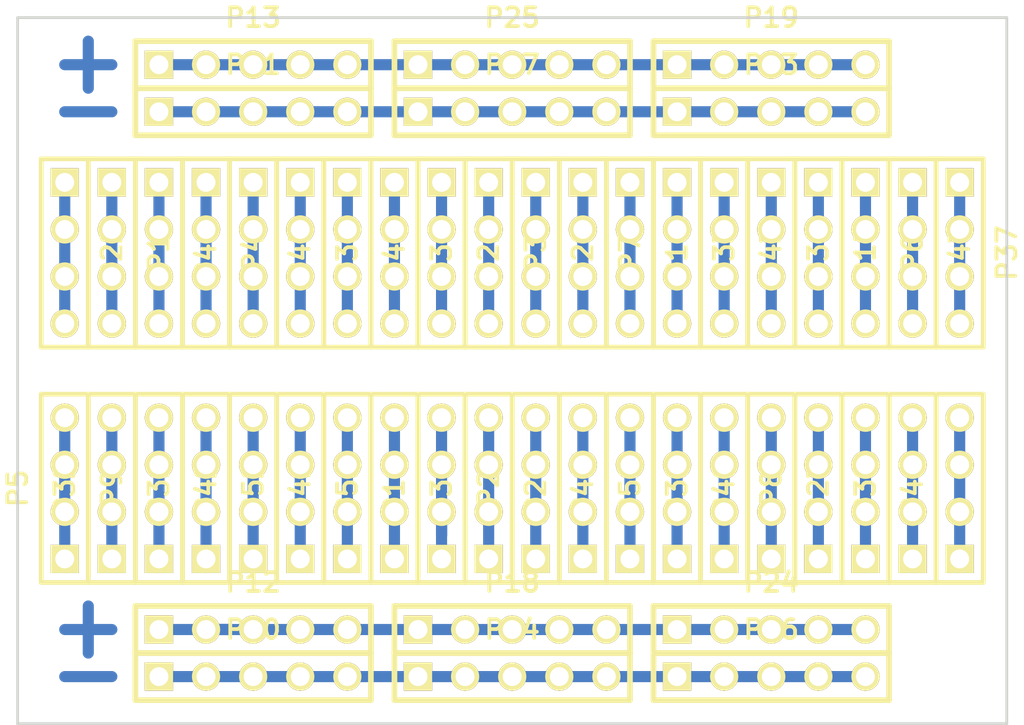
<source format=kicad_pcb>
(kicad_pcb (version 3) (host pcbnew "(2013-may-18)-stable")

  (general
    (links 176)
    (no_connects 0)
    (area 82.9564 35.9664 138.0236 75.7936)
    (thickness 1.6)
    (drawings 4)
    (tracks 184)
    (zones 0)
    (modules 52)
    (nets 45)
  )

  (page A3)
  (layers
    (15 F.Cu signal)
    (0 B.Cu signal)
    (16 B.Adhes user)
    (17 F.Adhes user)
    (18 B.Paste user)
    (19 F.Paste user)
    (20 B.SilkS user)
    (21 F.SilkS user)
    (22 B.Mask user)
    (23 F.Mask user)
    (24 Dwgs.User user)
    (25 Cmts.User user)
    (26 Eco1.User user)
    (27 Eco2.User user)
    (28 Edge.Cuts user)
  )

  (setup
    (last_trace_width 0.6)
    (trace_clearance 0.254)
    (zone_clearance 0.508)
    (zone_45_only no)
    (trace_min 0.254)
    (segment_width 0.2)
    (edge_width 0.15)
    (via_size 0.889)
    (via_drill 0.635)
    (via_min_size 0.889)
    (via_min_drill 0.508)
    (uvia_size 0.508)
    (uvia_drill 0.127)
    (uvias_allowed no)
    (uvia_min_size 0.508)
    (uvia_min_drill 0.127)
    (pcb_text_width 0.3)
    (pcb_text_size 1 1)
    (mod_edge_width 0.15)
    (mod_text_size 1 1)
    (mod_text_width 0.15)
    (pad_size 1 1)
    (pad_drill 0.6)
    (pad_to_mask_clearance 0)
    (aux_axis_origin 0 0)
    (visible_elements FFFFFFBF)
    (pcbplotparams
      (layerselection 3178497)
      (usegerberextensions true)
      (excludeedgelayer true)
      (linewidth 0.150000)
      (plotframeref false)
      (viasonmask false)
      (mode 1)
      (useauxorigin false)
      (hpglpennumber 1)
      (hpglpenspeed 20)
      (hpglpendiameter 15)
      (hpglpenoverlay 2)
      (psnegative false)
      (psa4output false)
      (plotreference true)
      (plotvalue true)
      (plotothertext true)
      (plotinvisibletext false)
      (padsonsilk false)
      (subtractmaskfromsilk false)
      (outputformat 1)
      (mirror false)
      (drillshape 1)
      (scaleselection 1)
      (outputdirectory ""))
  )

  (net 0 "")
  (net 1 N-000001)
  (net 2 N-0000010)
  (net 3 N-0000011)
  (net 4 N-0000012)
  (net 5 N-0000013)
  (net 6 N-0000014)
  (net 7 N-0000015)
  (net 8 N-0000016)
  (net 9 N-0000017)
  (net 10 N-0000018)
  (net 11 N-0000019)
  (net 12 N-000002)
  (net 13 N-0000020)
  (net 14 N-0000021)
  (net 15 N-0000022)
  (net 16 N-0000023)
  (net 17 N-0000024)
  (net 18 N-0000025)
  (net 19 N-0000026)
  (net 20 N-0000027)
  (net 21 N-0000028)
  (net 22 N-0000029)
  (net 23 N-000003)
  (net 24 N-0000030)
  (net 25 N-0000031)
  (net 26 N-0000032)
  (net 27 N-0000033)
  (net 28 N-0000034)
  (net 29 N-0000035)
  (net 30 N-0000036)
  (net 31 N-0000037)
  (net 32 N-0000038)
  (net 33 N-0000039)
  (net 34 N-000004)
  (net 35 N-0000040)
  (net 36 N-0000041)
  (net 37 N-0000042)
  (net 38 N-0000043)
  (net 39 N-0000044)
  (net 40 N-000005)
  (net 41 N-000006)
  (net 42 N-000007)
  (net 43 N-000008)
  (net 44 N-000009)

  (net_class Default "Ceci est la Netclass par défaut"
    (clearance 0.254)
    (trace_width 0.6)
    (via_dia 0.889)
    (via_drill 0.635)
    (uvia_dia 0.508)
    (uvia_drill 0.127)
    (add_net "")
    (add_net N-000001)
    (add_net N-0000010)
    (add_net N-0000011)
    (add_net N-0000012)
    (add_net N-0000013)
    (add_net N-0000014)
    (add_net N-0000015)
    (add_net N-0000016)
    (add_net N-0000017)
    (add_net N-0000018)
    (add_net N-0000019)
    (add_net N-000002)
    (add_net N-0000020)
    (add_net N-0000021)
    (add_net N-0000022)
    (add_net N-0000023)
    (add_net N-0000024)
    (add_net N-0000025)
    (add_net N-0000026)
    (add_net N-0000027)
    (add_net N-0000028)
    (add_net N-0000029)
    (add_net N-000003)
    (add_net N-0000030)
    (add_net N-0000031)
    (add_net N-0000032)
    (add_net N-0000033)
    (add_net N-0000034)
    (add_net N-0000035)
    (add_net N-0000036)
    (add_net N-0000037)
    (add_net N-0000038)
    (add_net N-0000039)
    (add_net N-000004)
    (add_net N-0000040)
    (add_net N-0000041)
    (add_net N-0000042)
    (add_net N-0000043)
    (add_net N-0000044)
    (add_net N-000005)
    (add_net N-000006)
    (add_net N-000007)
    (add_net N-000008)
    (add_net N-000009)
  )

  (module PIN_ARRAY_5x1 (layer F.Cu) (tedit 45976D86) (tstamp 5374F727)
    (at 96.52 41.91)
    (descr "Double rangee de contacts 2 x 5 pins")
    (tags CONN)
    (path /5374FB55)
    (fp_text reference P11 (at 0 -2.54) (layer F.SilkS)
      (effects (font (size 1.016 1.016) (thickness 0.2032)))
    )
    (fp_text value CONN_5 (at 0 2.54) (layer F.SilkS) hide
      (effects (font (size 1.016 1.016) (thickness 0.2032)))
    )
    (fp_line (start -6.35 -1.27) (end -6.35 1.27) (layer F.SilkS) (width 0.3048))
    (fp_line (start 6.35 1.27) (end 6.35 -1.27) (layer F.SilkS) (width 0.3048))
    (fp_line (start -6.35 -1.27) (end 6.35 -1.27) (layer F.SilkS) (width 0.3048))
    (fp_line (start 6.35 1.27) (end -6.35 1.27) (layer F.SilkS) (width 0.3048))
    (pad 1 thru_hole rect (at -5.08 0) (size 1.524 1.524) (drill 1.016)
      (layers *.Cu *.Mask F.SilkS)
      (net 1 N-000001)
    )
    (pad 2 thru_hole circle (at -2.54 0) (size 1.524 1.524) (drill 1.016)
      (layers *.Cu *.Mask F.SilkS)
      (net 1 N-000001)
    )
    (pad 3 thru_hole circle (at 0 0) (size 1.524 1.524) (drill 1.016)
      (layers *.Cu *.Mask F.SilkS)
      (net 1 N-000001)
    )
    (pad 4 thru_hole circle (at 2.54 0) (size 1.524 1.524) (drill 1.016)
      (layers *.Cu *.Mask F.SilkS)
      (net 1 N-000001)
    )
    (pad 5 thru_hole circle (at 5.08 0) (size 1.524 1.524) (drill 1.016)
      (layers *.Cu *.Mask F.SilkS)
      (net 1 N-000001)
    )
    (model pin_array/pins_array_5x1.wrl
      (at (xyz 0 0 0))
      (scale (xyz 1 1 1))
      (rotate (xyz 0 0 0))
    )
  )

  (module PIN_ARRAY_5x1 (layer F.Cu) (tedit 45976D86) (tstamp 5374F734)
    (at 96.52 39.37)
    (descr "Double rangee de contacts 2 x 5 pins")
    (tags CONN)
    (path /5374F772)
    (fp_text reference P13 (at 0 -2.54) (layer F.SilkS)
      (effects (font (size 1.016 1.016) (thickness 0.2032)))
    )
    (fp_text value CONN_5 (at 0 2.54) (layer F.SilkS) hide
      (effects (font (size 1.016 1.016) (thickness 0.2032)))
    )
    (fp_line (start -6.35 -1.27) (end -6.35 1.27) (layer F.SilkS) (width 0.3048))
    (fp_line (start 6.35 1.27) (end 6.35 -1.27) (layer F.SilkS) (width 0.3048))
    (fp_line (start -6.35 -1.27) (end 6.35 -1.27) (layer F.SilkS) (width 0.3048))
    (fp_line (start 6.35 1.27) (end -6.35 1.27) (layer F.SilkS) (width 0.3048))
    (pad 1 thru_hole rect (at -5.08 0) (size 1.524 1.524) (drill 1.016)
      (layers *.Cu *.Mask F.SilkS)
      (net 26 N-0000032)
    )
    (pad 2 thru_hole circle (at -2.54 0) (size 1.524 1.524) (drill 1.016)
      (layers *.Cu *.Mask F.SilkS)
      (net 26 N-0000032)
    )
    (pad 3 thru_hole circle (at 0 0) (size 1.524 1.524) (drill 1.016)
      (layers *.Cu *.Mask F.SilkS)
      (net 26 N-0000032)
    )
    (pad 4 thru_hole circle (at 2.54 0) (size 1.524 1.524) (drill 1.016)
      (layers *.Cu *.Mask F.SilkS)
      (net 26 N-0000032)
    )
    (pad 5 thru_hole circle (at 5.08 0) (size 1.524 1.524) (drill 1.016)
      (layers *.Cu *.Mask F.SilkS)
      (net 26 N-0000032)
    )
    (model pin_array/pins_array_5x1.wrl
      (at (xyz 0 0 0))
      (scale (xyz 1 1 1))
      (rotate (xyz 0 0 0))
    )
  )

  (module PIN_ARRAY_5x1 (layer F.Cu) (tedit 45976D86) (tstamp 5374F741)
    (at 124.46 39.37)
    (descr "Double rangee de contacts 2 x 5 pins")
    (tags CONN)
    (path /5374F9E3)
    (fp_text reference P19 (at 0 -2.54) (layer F.SilkS)
      (effects (font (size 1.016 1.016) (thickness 0.2032)))
    )
    (fp_text value CONN_5 (at 0 2.54) (layer F.SilkS) hide
      (effects (font (size 1.016 1.016) (thickness 0.2032)))
    )
    (fp_line (start -6.35 -1.27) (end -6.35 1.27) (layer F.SilkS) (width 0.3048))
    (fp_line (start 6.35 1.27) (end 6.35 -1.27) (layer F.SilkS) (width 0.3048))
    (fp_line (start -6.35 -1.27) (end 6.35 -1.27) (layer F.SilkS) (width 0.3048))
    (fp_line (start 6.35 1.27) (end -6.35 1.27) (layer F.SilkS) (width 0.3048))
    (pad 1 thru_hole rect (at -5.08 0) (size 1.524 1.524) (drill 1.016)
      (layers *.Cu *.Mask F.SilkS)
      (net 26 N-0000032)
    )
    (pad 2 thru_hole circle (at -2.54 0) (size 1.524 1.524) (drill 1.016)
      (layers *.Cu *.Mask F.SilkS)
      (net 26 N-0000032)
    )
    (pad 3 thru_hole circle (at 0 0) (size 1.524 1.524) (drill 1.016)
      (layers *.Cu *.Mask F.SilkS)
      (net 26 N-0000032)
    )
    (pad 4 thru_hole circle (at 2.54 0) (size 1.524 1.524) (drill 1.016)
      (layers *.Cu *.Mask F.SilkS)
      (net 26 N-0000032)
    )
    (pad 5 thru_hole circle (at 5.08 0) (size 1.524 1.524) (drill 1.016)
      (layers *.Cu *.Mask F.SilkS)
      (net 26 N-0000032)
    )
    (model pin_array/pins_array_5x1.wrl
      (at (xyz 0 0 0))
      (scale (xyz 1 1 1))
      (rotate (xyz 0 0 0))
    )
  )

  (module PIN_ARRAY_5x1 (layer F.Cu) (tedit 45976D86) (tstamp 5374F74E)
    (at 110.49 39.37)
    (descr "Double rangee de contacts 2 x 5 pins")
    (tags CONN)
    (path /5374F9ED)
    (fp_text reference P25 (at 0 -2.54) (layer F.SilkS)
      (effects (font (size 1.016 1.016) (thickness 0.2032)))
    )
    (fp_text value CONN_5 (at 0 2.54) (layer F.SilkS) hide
      (effects (font (size 1.016 1.016) (thickness 0.2032)))
    )
    (fp_line (start -6.35 -1.27) (end -6.35 1.27) (layer F.SilkS) (width 0.3048))
    (fp_line (start 6.35 1.27) (end 6.35 -1.27) (layer F.SilkS) (width 0.3048))
    (fp_line (start -6.35 -1.27) (end 6.35 -1.27) (layer F.SilkS) (width 0.3048))
    (fp_line (start 6.35 1.27) (end -6.35 1.27) (layer F.SilkS) (width 0.3048))
    (pad 1 thru_hole rect (at -5.08 0) (size 1.524 1.524) (drill 1.016)
      (layers *.Cu *.Mask F.SilkS)
      (net 26 N-0000032)
    )
    (pad 2 thru_hole circle (at -2.54 0) (size 1.524 1.524) (drill 1.016)
      (layers *.Cu *.Mask F.SilkS)
      (net 26 N-0000032)
    )
    (pad 3 thru_hole circle (at 0 0) (size 1.524 1.524) (drill 1.016)
      (layers *.Cu *.Mask F.SilkS)
      (net 26 N-0000032)
    )
    (pad 4 thru_hole circle (at 2.54 0) (size 1.524 1.524) (drill 1.016)
      (layers *.Cu *.Mask F.SilkS)
      (net 26 N-0000032)
    )
    (pad 5 thru_hole circle (at 5.08 0) (size 1.524 1.524) (drill 1.016)
      (layers *.Cu *.Mask F.SilkS)
      (net 26 N-0000032)
    )
    (model pin_array/pins_array_5x1.wrl
      (at (xyz 0 0 0))
      (scale (xyz 1 1 1))
      (rotate (xyz 0 0 0))
    )
  )

  (module PIN_ARRAY_5x1 (layer F.Cu) (tedit 45976D86) (tstamp 5374F75B)
    (at 110.49 72.39)
    (descr "Double rangee de contacts 2 x 5 pins")
    (tags CONN)
    (path /5374FB02)
    (fp_text reference P14 (at 0 -2.54) (layer F.SilkS)
      (effects (font (size 1.016 1.016) (thickness 0.2032)))
    )
    (fp_text value CONN_5 (at 0 2.54) (layer F.SilkS) hide
      (effects (font (size 1.016 1.016) (thickness 0.2032)))
    )
    (fp_line (start -6.35 -1.27) (end -6.35 1.27) (layer F.SilkS) (width 0.3048))
    (fp_line (start 6.35 1.27) (end 6.35 -1.27) (layer F.SilkS) (width 0.3048))
    (fp_line (start -6.35 -1.27) (end 6.35 -1.27) (layer F.SilkS) (width 0.3048))
    (fp_line (start 6.35 1.27) (end -6.35 1.27) (layer F.SilkS) (width 0.3048))
    (pad 1 thru_hole rect (at -5.08 0) (size 1.524 1.524) (drill 1.016)
      (layers *.Cu *.Mask F.SilkS)
      (net 25 N-0000031)
    )
    (pad 2 thru_hole circle (at -2.54 0) (size 1.524 1.524) (drill 1.016)
      (layers *.Cu *.Mask F.SilkS)
      (net 25 N-0000031)
    )
    (pad 3 thru_hole circle (at 0 0) (size 1.524 1.524) (drill 1.016)
      (layers *.Cu *.Mask F.SilkS)
      (net 25 N-0000031)
    )
    (pad 4 thru_hole circle (at 2.54 0) (size 1.524 1.524) (drill 1.016)
      (layers *.Cu *.Mask F.SilkS)
      (net 25 N-0000031)
    )
    (pad 5 thru_hole circle (at 5.08 0) (size 1.524 1.524) (drill 1.016)
      (layers *.Cu *.Mask F.SilkS)
      (net 25 N-0000031)
    )
    (model pin_array/pins_array_5x1.wrl
      (at (xyz 0 0 0))
      (scale (xyz 1 1 1))
      (rotate (xyz 0 0 0))
    )
  )

  (module PIN_ARRAY_5x1 (layer F.Cu) (tedit 45976D86) (tstamp 5374F768)
    (at 96.52 72.39)
    (descr "Double rangee de contacts 2 x 5 pins")
    (tags CONN)
    (path /5374FB0C)
    (fp_text reference P20 (at 0 -2.54) (layer F.SilkS)
      (effects (font (size 1.016 1.016) (thickness 0.2032)))
    )
    (fp_text value CONN_5 (at 0 2.54) (layer F.SilkS) hide
      (effects (font (size 1.016 1.016) (thickness 0.2032)))
    )
    (fp_line (start -6.35 -1.27) (end -6.35 1.27) (layer F.SilkS) (width 0.3048))
    (fp_line (start 6.35 1.27) (end 6.35 -1.27) (layer F.SilkS) (width 0.3048))
    (fp_line (start -6.35 -1.27) (end 6.35 -1.27) (layer F.SilkS) (width 0.3048))
    (fp_line (start 6.35 1.27) (end -6.35 1.27) (layer F.SilkS) (width 0.3048))
    (pad 1 thru_hole rect (at -5.08 0) (size 1.524 1.524) (drill 1.016)
      (layers *.Cu *.Mask F.SilkS)
      (net 25 N-0000031)
    )
    (pad 2 thru_hole circle (at -2.54 0) (size 1.524 1.524) (drill 1.016)
      (layers *.Cu *.Mask F.SilkS)
      (net 25 N-0000031)
    )
    (pad 3 thru_hole circle (at 0 0) (size 1.524 1.524) (drill 1.016)
      (layers *.Cu *.Mask F.SilkS)
      (net 25 N-0000031)
    )
    (pad 4 thru_hole circle (at 2.54 0) (size 1.524 1.524) (drill 1.016)
      (layers *.Cu *.Mask F.SilkS)
      (net 25 N-0000031)
    )
    (pad 5 thru_hole circle (at 5.08 0) (size 1.524 1.524) (drill 1.016)
      (layers *.Cu *.Mask F.SilkS)
      (net 25 N-0000031)
    )
    (model pin_array/pins_array_5x1.wrl
      (at (xyz 0 0 0))
      (scale (xyz 1 1 1))
      (rotate (xyz 0 0 0))
    )
  )

  (module PIN_ARRAY_5x1 (layer F.Cu) (tedit 45976D86) (tstamp 5374F775)
    (at 124.46 72.39)
    (descr "Double rangee de contacts 2 x 5 pins")
    (tags CONN)
    (path /5374FB15)
    (fp_text reference P26 (at 0 -2.54) (layer F.SilkS)
      (effects (font (size 1.016 1.016) (thickness 0.2032)))
    )
    (fp_text value CONN_5 (at 0 2.54) (layer F.SilkS) hide
      (effects (font (size 1.016 1.016) (thickness 0.2032)))
    )
    (fp_line (start -6.35 -1.27) (end -6.35 1.27) (layer F.SilkS) (width 0.3048))
    (fp_line (start 6.35 1.27) (end 6.35 -1.27) (layer F.SilkS) (width 0.3048))
    (fp_line (start -6.35 -1.27) (end 6.35 -1.27) (layer F.SilkS) (width 0.3048))
    (fp_line (start 6.35 1.27) (end -6.35 1.27) (layer F.SilkS) (width 0.3048))
    (pad 1 thru_hole rect (at -5.08 0) (size 1.524 1.524) (drill 1.016)
      (layers *.Cu *.Mask F.SilkS)
      (net 25 N-0000031)
    )
    (pad 2 thru_hole circle (at -2.54 0) (size 1.524 1.524) (drill 1.016)
      (layers *.Cu *.Mask F.SilkS)
      (net 25 N-0000031)
    )
    (pad 3 thru_hole circle (at 0 0) (size 1.524 1.524) (drill 1.016)
      (layers *.Cu *.Mask F.SilkS)
      (net 25 N-0000031)
    )
    (pad 4 thru_hole circle (at 2.54 0) (size 1.524 1.524) (drill 1.016)
      (layers *.Cu *.Mask F.SilkS)
      (net 25 N-0000031)
    )
    (pad 5 thru_hole circle (at 5.08 0) (size 1.524 1.524) (drill 1.016)
      (layers *.Cu *.Mask F.SilkS)
      (net 25 N-0000031)
    )
    (model pin_array/pins_array_5x1.wrl
      (at (xyz 0 0 0))
      (scale (xyz 1 1 1))
      (rotate (xyz 0 0 0))
    )
  )

  (module PIN_ARRAY_5x1 (layer F.Cu) (tedit 45976D86) (tstamp 5374F782)
    (at 124.46 69.85)
    (descr "Double rangee de contacts 2 x 5 pins")
    (tags CONN)
    (path /5374FB22)
    (fp_text reference P24 (at 0 -2.54) (layer F.SilkS)
      (effects (font (size 1.016 1.016) (thickness 0.2032)))
    )
    (fp_text value CONN_5 (at 0 2.54) (layer F.SilkS) hide
      (effects (font (size 1.016 1.016) (thickness 0.2032)))
    )
    (fp_line (start -6.35 -1.27) (end -6.35 1.27) (layer F.SilkS) (width 0.3048))
    (fp_line (start 6.35 1.27) (end 6.35 -1.27) (layer F.SilkS) (width 0.3048))
    (fp_line (start -6.35 -1.27) (end 6.35 -1.27) (layer F.SilkS) (width 0.3048))
    (fp_line (start 6.35 1.27) (end -6.35 1.27) (layer F.SilkS) (width 0.3048))
    (pad 1 thru_hole rect (at -5.08 0) (size 1.524 1.524) (drill 1.016)
      (layers *.Cu *.Mask F.SilkS)
      (net 24 N-0000030)
    )
    (pad 2 thru_hole circle (at -2.54 0) (size 1.524 1.524) (drill 1.016)
      (layers *.Cu *.Mask F.SilkS)
      (net 24 N-0000030)
    )
    (pad 3 thru_hole circle (at 0 0) (size 1.524 1.524) (drill 1.016)
      (layers *.Cu *.Mask F.SilkS)
      (net 24 N-0000030)
    )
    (pad 4 thru_hole circle (at 2.54 0) (size 1.524 1.524) (drill 1.016)
      (layers *.Cu *.Mask F.SilkS)
      (net 24 N-0000030)
    )
    (pad 5 thru_hole circle (at 5.08 0) (size 1.524 1.524) (drill 1.016)
      (layers *.Cu *.Mask F.SilkS)
      (net 24 N-0000030)
    )
    (model pin_array/pins_array_5x1.wrl
      (at (xyz 0 0 0))
      (scale (xyz 1 1 1))
      (rotate (xyz 0 0 0))
    )
  )

  (module PIN_ARRAY_5x1 (layer F.Cu) (tedit 45976D86) (tstamp 5374F78F)
    (at 110.49 69.85)
    (descr "Double rangee de contacts 2 x 5 pins")
    (tags CONN)
    (path /5374FB2C)
    (fp_text reference P18 (at 0 -2.54) (layer F.SilkS)
      (effects (font (size 1.016 1.016) (thickness 0.2032)))
    )
    (fp_text value CONN_5 (at 0 2.54) (layer F.SilkS) hide
      (effects (font (size 1.016 1.016) (thickness 0.2032)))
    )
    (fp_line (start -6.35 -1.27) (end -6.35 1.27) (layer F.SilkS) (width 0.3048))
    (fp_line (start 6.35 1.27) (end 6.35 -1.27) (layer F.SilkS) (width 0.3048))
    (fp_line (start -6.35 -1.27) (end 6.35 -1.27) (layer F.SilkS) (width 0.3048))
    (fp_line (start 6.35 1.27) (end -6.35 1.27) (layer F.SilkS) (width 0.3048))
    (pad 1 thru_hole rect (at -5.08 0) (size 1.524 1.524) (drill 1.016)
      (layers *.Cu *.Mask F.SilkS)
      (net 24 N-0000030)
    )
    (pad 2 thru_hole circle (at -2.54 0) (size 1.524 1.524) (drill 1.016)
      (layers *.Cu *.Mask F.SilkS)
      (net 24 N-0000030)
    )
    (pad 3 thru_hole circle (at 0 0) (size 1.524 1.524) (drill 1.016)
      (layers *.Cu *.Mask F.SilkS)
      (net 24 N-0000030)
    )
    (pad 4 thru_hole circle (at 2.54 0) (size 1.524 1.524) (drill 1.016)
      (layers *.Cu *.Mask F.SilkS)
      (net 24 N-0000030)
    )
    (pad 5 thru_hole circle (at 5.08 0) (size 1.524 1.524) (drill 1.016)
      (layers *.Cu *.Mask F.SilkS)
      (net 24 N-0000030)
    )
    (model pin_array/pins_array_5x1.wrl
      (at (xyz 0 0 0))
      (scale (xyz 1 1 1))
      (rotate (xyz 0 0 0))
    )
  )

  (module PIN_ARRAY_5x1 (layer F.Cu) (tedit 45976D86) (tstamp 5374F79C)
    (at 96.52 69.85)
    (descr "Double rangee de contacts 2 x 5 pins")
    (tags CONN)
    (path /5374FB35)
    (fp_text reference P12 (at 0 -2.54) (layer F.SilkS)
      (effects (font (size 1.016 1.016) (thickness 0.2032)))
    )
    (fp_text value CONN_5 (at 0 2.54) (layer F.SilkS) hide
      (effects (font (size 1.016 1.016) (thickness 0.2032)))
    )
    (fp_line (start -6.35 -1.27) (end -6.35 1.27) (layer F.SilkS) (width 0.3048))
    (fp_line (start 6.35 1.27) (end 6.35 -1.27) (layer F.SilkS) (width 0.3048))
    (fp_line (start -6.35 -1.27) (end 6.35 -1.27) (layer F.SilkS) (width 0.3048))
    (fp_line (start 6.35 1.27) (end -6.35 1.27) (layer F.SilkS) (width 0.3048))
    (pad 1 thru_hole rect (at -5.08 0) (size 1.524 1.524) (drill 1.016)
      (layers *.Cu *.Mask F.SilkS)
      (net 24 N-0000030)
    )
    (pad 2 thru_hole circle (at -2.54 0) (size 1.524 1.524) (drill 1.016)
      (layers *.Cu *.Mask F.SilkS)
      (net 24 N-0000030)
    )
    (pad 3 thru_hole circle (at 0 0) (size 1.524 1.524) (drill 1.016)
      (layers *.Cu *.Mask F.SilkS)
      (net 24 N-0000030)
    )
    (pad 4 thru_hole circle (at 2.54 0) (size 1.524 1.524) (drill 1.016)
      (layers *.Cu *.Mask F.SilkS)
      (net 24 N-0000030)
    )
    (pad 5 thru_hole circle (at 5.08 0) (size 1.524 1.524) (drill 1.016)
      (layers *.Cu *.Mask F.SilkS)
      (net 24 N-0000030)
    )
    (model pin_array/pins_array_5x1.wrl
      (at (xyz 0 0 0))
      (scale (xyz 1 1 1))
      (rotate (xyz 0 0 0))
    )
  )

  (module PIN_ARRAY_5x1 (layer F.Cu) (tedit 45976D86) (tstamp 5374F7A9)
    (at 124.46 41.91)
    (descr "Double rangee de contacts 2 x 5 pins")
    (tags CONN)
    (path /5374FB42)
    (fp_text reference P23 (at 0 -2.54) (layer F.SilkS)
      (effects (font (size 1.016 1.016) (thickness 0.2032)))
    )
    (fp_text value CONN_5 (at 0 2.54) (layer F.SilkS) hide
      (effects (font (size 1.016 1.016) (thickness 0.2032)))
    )
    (fp_line (start -6.35 -1.27) (end -6.35 1.27) (layer F.SilkS) (width 0.3048))
    (fp_line (start 6.35 1.27) (end 6.35 -1.27) (layer F.SilkS) (width 0.3048))
    (fp_line (start -6.35 -1.27) (end 6.35 -1.27) (layer F.SilkS) (width 0.3048))
    (fp_line (start 6.35 1.27) (end -6.35 1.27) (layer F.SilkS) (width 0.3048))
    (pad 1 thru_hole rect (at -5.08 0) (size 1.524 1.524) (drill 1.016)
      (layers *.Cu *.Mask F.SilkS)
      (net 1 N-000001)
    )
    (pad 2 thru_hole circle (at -2.54 0) (size 1.524 1.524) (drill 1.016)
      (layers *.Cu *.Mask F.SilkS)
      (net 1 N-000001)
    )
    (pad 3 thru_hole circle (at 0 0) (size 1.524 1.524) (drill 1.016)
      (layers *.Cu *.Mask F.SilkS)
      (net 1 N-000001)
    )
    (pad 4 thru_hole circle (at 2.54 0) (size 1.524 1.524) (drill 1.016)
      (layers *.Cu *.Mask F.SilkS)
      (net 1 N-000001)
    )
    (pad 5 thru_hole circle (at 5.08 0) (size 1.524 1.524) (drill 1.016)
      (layers *.Cu *.Mask F.SilkS)
      (net 1 N-000001)
    )
    (model pin_array/pins_array_5x1.wrl
      (at (xyz 0 0 0))
      (scale (xyz 1 1 1))
      (rotate (xyz 0 0 0))
    )
  )

  (module PIN_ARRAY_5x1 (layer F.Cu) (tedit 45976D86) (tstamp 5374F7B6)
    (at 110.49 41.91)
    (descr "Double rangee de contacts 2 x 5 pins")
    (tags CONN)
    (path /5374FB4C)
    (fp_text reference P17 (at 0 -2.54) (layer F.SilkS)
      (effects (font (size 1.016 1.016) (thickness 0.2032)))
    )
    (fp_text value CONN_5 (at 0 2.54) (layer F.SilkS) hide
      (effects (font (size 1.016 1.016) (thickness 0.2032)))
    )
    (fp_line (start -6.35 -1.27) (end -6.35 1.27) (layer F.SilkS) (width 0.3048))
    (fp_line (start 6.35 1.27) (end 6.35 -1.27) (layer F.SilkS) (width 0.3048))
    (fp_line (start -6.35 -1.27) (end 6.35 -1.27) (layer F.SilkS) (width 0.3048))
    (fp_line (start 6.35 1.27) (end -6.35 1.27) (layer F.SilkS) (width 0.3048))
    (pad 1 thru_hole rect (at -5.08 0) (size 1.524 1.524) (drill 1.016)
      (layers *.Cu *.Mask F.SilkS)
      (net 1 N-000001)
    )
    (pad 2 thru_hole circle (at -2.54 0) (size 1.524 1.524) (drill 1.016)
      (layers *.Cu *.Mask F.SilkS)
      (net 1 N-000001)
    )
    (pad 3 thru_hole circle (at 0 0) (size 1.524 1.524) (drill 1.016)
      (layers *.Cu *.Mask F.SilkS)
      (net 1 N-000001)
    )
    (pad 4 thru_hole circle (at 2.54 0) (size 1.524 1.524) (drill 1.016)
      (layers *.Cu *.Mask F.SilkS)
      (net 1 N-000001)
    )
    (pad 5 thru_hole circle (at 5.08 0) (size 1.524 1.524) (drill 1.016)
      (layers *.Cu *.Mask F.SilkS)
      (net 1 N-000001)
    )
    (model pin_array/pins_array_5x1.wrl
      (at (xyz 0 0 0))
      (scale (xyz 1 1 1))
      (rotate (xyz 0 0 0))
    )
  )

  (module PIN_ARRAY_4x1 (layer F.Cu) (tedit 4C10F42E) (tstamp 5374F7C2)
    (at 101.6 49.53 270)
    (descr "Double rangee de contacts 2 x 5 pins")
    (tags CONN)
    (path /5374F6FB)
    (fp_text reference P48 (at 0 -2.54 270) (layer F.SilkS)
      (effects (font (size 1.016 1.016) (thickness 0.2032)))
    )
    (fp_text value CONN_4 (at 0 2.54 270) (layer F.SilkS) hide
      (effects (font (size 1.016 1.016) (thickness 0.2032)))
    )
    (fp_line (start 5.08 1.27) (end -5.08 1.27) (layer F.SilkS) (width 0.254))
    (fp_line (start 5.08 -1.27) (end -5.08 -1.27) (layer F.SilkS) (width 0.254))
    (fp_line (start -5.08 -1.27) (end -5.08 1.27) (layer F.SilkS) (width 0.254))
    (fp_line (start 5.08 1.27) (end 5.08 -1.27) (layer F.SilkS) (width 0.254))
    (pad 1 thru_hole rect (at -3.81 0 270) (size 1.524 1.524) (drill 1.016)
      (layers *.Cu *.Mask F.SilkS)
      (net 30 N-0000036)
    )
    (pad 2 thru_hole circle (at -1.27 0 270) (size 1.524 1.524) (drill 1.016)
      (layers *.Cu *.Mask F.SilkS)
      (net 30 N-0000036)
    )
    (pad 3 thru_hole circle (at 1.27 0 270) (size 1.524 1.524) (drill 1.016)
      (layers *.Cu *.Mask F.SilkS)
      (net 30 N-0000036)
    )
    (pad 4 thru_hole circle (at 3.81 0 270) (size 1.524 1.524) (drill 1.016)
      (layers *.Cu *.Mask F.SilkS)
      (net 30 N-0000036)
    )
    (model pin_array\pins_array_4x1.wrl
      (at (xyz 0 0 0))
      (scale (xyz 1 1 1))
      (rotate (xyz 0 0 0))
    )
  )

  (module PIN_ARRAY_4x1 (layer F.Cu) (tedit 4C10F42E) (tstamp 5374F7CE)
    (at 134.62 62.23 90)
    (descr "Double rangee de contacts 2 x 5 pins")
    (tags CONN)
    (path /5374F6F2)
    (fp_text reference P46 (at 0 -2.54 90) (layer F.SilkS)
      (effects (font (size 1.016 1.016) (thickness 0.2032)))
    )
    (fp_text value CONN_4 (at 0 2.54 90) (layer F.SilkS) hide
      (effects (font (size 1.016 1.016) (thickness 0.2032)))
    )
    (fp_line (start 5.08 1.27) (end -5.08 1.27) (layer F.SilkS) (width 0.254))
    (fp_line (start 5.08 -1.27) (end -5.08 -1.27) (layer F.SilkS) (width 0.254))
    (fp_line (start -5.08 -1.27) (end -5.08 1.27) (layer F.SilkS) (width 0.254))
    (fp_line (start 5.08 1.27) (end 5.08 -1.27) (layer F.SilkS) (width 0.254))
    (pad 1 thru_hole rect (at -3.81 0 90) (size 1.524 1.524) (drill 1.016)
      (layers *.Cu *.Mask F.SilkS)
      (net 31 N-0000037)
    )
    (pad 2 thru_hole circle (at -1.27 0 90) (size 1.524 1.524) (drill 1.016)
      (layers *.Cu *.Mask F.SilkS)
      (net 31 N-0000037)
    )
    (pad 3 thru_hole circle (at 1.27 0 90) (size 1.524 1.524) (drill 1.016)
      (layers *.Cu *.Mask F.SilkS)
      (net 31 N-0000037)
    )
    (pad 4 thru_hole circle (at 3.81 0 90) (size 1.524 1.524) (drill 1.016)
      (layers *.Cu *.Mask F.SilkS)
      (net 31 N-0000037)
    )
    (model pin_array\pins_array_4x1.wrl
      (at (xyz 0 0 0))
      (scale (xyz 1 1 1))
      (rotate (xyz 0 0 0))
    )
  )

  (module PIN_ARRAY_4x1 (layer F.Cu) (tedit 4C10F42E) (tstamp 5374F7DA)
    (at 119.38 62.23 90)
    (descr "Double rangee de contacts 2 x 5 pins")
    (tags CONN)
    (path /5374F704)
    (fp_text reference P50 (at 0 -2.54 90) (layer F.SilkS)
      (effects (font (size 1.016 1.016) (thickness 0.2032)))
    )
    (fp_text value CONN_4 (at 0 2.54 90) (layer F.SilkS) hide
      (effects (font (size 1.016 1.016) (thickness 0.2032)))
    )
    (fp_line (start 5.08 1.27) (end -5.08 1.27) (layer F.SilkS) (width 0.254))
    (fp_line (start 5.08 -1.27) (end -5.08 -1.27) (layer F.SilkS) (width 0.254))
    (fp_line (start -5.08 -1.27) (end -5.08 1.27) (layer F.SilkS) (width 0.254))
    (fp_line (start 5.08 1.27) (end 5.08 -1.27) (layer F.SilkS) (width 0.254))
    (pad 1 thru_hole rect (at -3.81 0 90) (size 1.524 1.524) (drill 1.016)
      (layers *.Cu *.Mask F.SilkS)
      (net 29 N-0000035)
    )
    (pad 2 thru_hole circle (at -1.27 0 90) (size 1.524 1.524) (drill 1.016)
      (layers *.Cu *.Mask F.SilkS)
      (net 29 N-0000035)
    )
    (pad 3 thru_hole circle (at 1.27 0 90) (size 1.524 1.524) (drill 1.016)
      (layers *.Cu *.Mask F.SilkS)
      (net 29 N-0000035)
    )
    (pad 4 thru_hole circle (at 3.81 0 90) (size 1.524 1.524) (drill 1.016)
      (layers *.Cu *.Mask F.SilkS)
      (net 29 N-0000035)
    )
    (model pin_array\pins_array_4x1.wrl
      (at (xyz 0 0 0))
      (scale (xyz 1 1 1))
      (rotate (xyz 0 0 0))
    )
  )

  (module PIN_ARRAY_4x1 (layer F.Cu) (tedit 4C10F42E) (tstamp 5374F7E6)
    (at 99.06 62.23 90)
    (descr "Double rangee de contacts 2 x 5 pins")
    (tags CONN)
    (path /5374F70D)
    (fp_text reference P52 (at 0 -2.54 90) (layer F.SilkS)
      (effects (font (size 1.016 1.016) (thickness 0.2032)))
    )
    (fp_text value CONN_4 (at 0 2.54 90) (layer F.SilkS) hide
      (effects (font (size 1.016 1.016) (thickness 0.2032)))
    )
    (fp_line (start 5.08 1.27) (end -5.08 1.27) (layer F.SilkS) (width 0.254))
    (fp_line (start 5.08 -1.27) (end -5.08 -1.27) (layer F.SilkS) (width 0.254))
    (fp_line (start -5.08 -1.27) (end -5.08 1.27) (layer F.SilkS) (width 0.254))
    (fp_line (start 5.08 1.27) (end 5.08 -1.27) (layer F.SilkS) (width 0.254))
    (pad 1 thru_hole rect (at -3.81 0 90) (size 1.524 1.524) (drill 1.016)
      (layers *.Cu *.Mask F.SilkS)
      (net 28 N-0000034)
    )
    (pad 2 thru_hole circle (at -1.27 0 90) (size 1.524 1.524) (drill 1.016)
      (layers *.Cu *.Mask F.SilkS)
      (net 28 N-0000034)
    )
    (pad 3 thru_hole circle (at 1.27 0 90) (size 1.524 1.524) (drill 1.016)
      (layers *.Cu *.Mask F.SilkS)
      (net 28 N-0000034)
    )
    (pad 4 thru_hole circle (at 3.81 0 90) (size 1.524 1.524) (drill 1.016)
      (layers *.Cu *.Mask F.SilkS)
      (net 28 N-0000034)
    )
    (model pin_array\pins_array_4x1.wrl
      (at (xyz 0 0 0))
      (scale (xyz 1 1 1))
      (rotate (xyz 0 0 0))
    )
  )

  (module PIN_ARRAY_4x1 (layer F.Cu) (tedit 4C10F42E) (tstamp 5374F7F2)
    (at 119.38 49.53 270)
    (descr "Double rangee de contacts 2 x 5 pins")
    (tags CONN)
    (path /5374F716)
    (fp_text reference P33 (at 0 -2.54 270) (layer F.SilkS)
      (effects (font (size 1.016 1.016) (thickness 0.2032)))
    )
    (fp_text value CONN_4 (at 0 2.54 270) (layer F.SilkS) hide
      (effects (font (size 1.016 1.016) (thickness 0.2032)))
    )
    (fp_line (start 5.08 1.27) (end -5.08 1.27) (layer F.SilkS) (width 0.254))
    (fp_line (start 5.08 -1.27) (end -5.08 -1.27) (layer F.SilkS) (width 0.254))
    (fp_line (start -5.08 -1.27) (end -5.08 1.27) (layer F.SilkS) (width 0.254))
    (fp_line (start 5.08 1.27) (end 5.08 -1.27) (layer F.SilkS) (width 0.254))
    (pad 1 thru_hole rect (at -3.81 0 270) (size 1.524 1.524) (drill 1.016)
      (layers *.Cu *.Mask F.SilkS)
      (net 27 N-0000033)
    )
    (pad 2 thru_hole circle (at -1.27 0 270) (size 1.524 1.524) (drill 1.016)
      (layers *.Cu *.Mask F.SilkS)
      (net 27 N-0000033)
    )
    (pad 3 thru_hole circle (at 1.27 0 270) (size 1.524 1.524) (drill 1.016)
      (layers *.Cu *.Mask F.SilkS)
      (net 27 N-0000033)
    )
    (pad 4 thru_hole circle (at 3.81 0 270) (size 1.524 1.524) (drill 1.016)
      (layers *.Cu *.Mask F.SilkS)
      (net 27 N-0000033)
    )
    (model pin_array\pins_array_4x1.wrl
      (at (xyz 0 0 0))
      (scale (xyz 1 1 1))
      (rotate (xyz 0 0 0))
    )
  )

  (module PIN_ARRAY_4x1 (layer F.Cu) (tedit 4C10F42E) (tstamp 5374F7FE)
    (at 99.06 49.53 270)
    (descr "Double rangee de contacts 2 x 5 pins")
    (tags CONN)
    (path /5374F71F)
    (fp_text reference P35 (at 0 -2.54 270) (layer F.SilkS)
      (effects (font (size 1.016 1.016) (thickness 0.2032)))
    )
    (fp_text value CONN_4 (at 0 2.54 270) (layer F.SilkS) hide
      (effects (font (size 1.016 1.016) (thickness 0.2032)))
    )
    (fp_line (start 5.08 1.27) (end -5.08 1.27) (layer F.SilkS) (width 0.254))
    (fp_line (start 5.08 -1.27) (end -5.08 -1.27) (layer F.SilkS) (width 0.254))
    (fp_line (start -5.08 -1.27) (end -5.08 1.27) (layer F.SilkS) (width 0.254))
    (fp_line (start 5.08 1.27) (end 5.08 -1.27) (layer F.SilkS) (width 0.254))
    (pad 1 thru_hole rect (at -3.81 0 270) (size 1.524 1.524) (drill 1.016)
      (layers *.Cu *.Mask F.SilkS)
      (net 39 N-0000044)
    )
    (pad 2 thru_hole circle (at -1.27 0 270) (size 1.524 1.524) (drill 1.016)
      (layers *.Cu *.Mask F.SilkS)
      (net 39 N-0000044)
    )
    (pad 3 thru_hole circle (at 1.27 0 270) (size 1.524 1.524) (drill 1.016)
      (layers *.Cu *.Mask F.SilkS)
      (net 39 N-0000044)
    )
    (pad 4 thru_hole circle (at 3.81 0 270) (size 1.524 1.524) (drill 1.016)
      (layers *.Cu *.Mask F.SilkS)
      (net 39 N-0000044)
    )
    (model pin_array\pins_array_4x1.wrl
      (at (xyz 0 0 0))
      (scale (xyz 1 1 1))
      (rotate (xyz 0 0 0))
    )
  )

  (module PIN_ARRAY_4x1 (layer F.Cu) (tedit 4C10F42E) (tstamp 5374F80A)
    (at 134.62 49.53 270)
    (descr "Double rangee de contacts 2 x 5 pins")
    (tags CONN)
    (path /5374F728)
    (fp_text reference P37 (at 0 -2.54 270) (layer F.SilkS)
      (effects (font (size 1.016 1.016) (thickness 0.2032)))
    )
    (fp_text value CONN_4 (at 0 2.54 270) (layer F.SilkS) hide
      (effects (font (size 1.016 1.016) (thickness 0.2032)))
    )
    (fp_line (start 5.08 1.27) (end -5.08 1.27) (layer F.SilkS) (width 0.254))
    (fp_line (start 5.08 -1.27) (end -5.08 -1.27) (layer F.SilkS) (width 0.254))
    (fp_line (start -5.08 -1.27) (end -5.08 1.27) (layer F.SilkS) (width 0.254))
    (fp_line (start 5.08 1.27) (end 5.08 -1.27) (layer F.SilkS) (width 0.254))
    (pad 1 thru_hole rect (at -3.81 0 270) (size 1.524 1.524) (drill 1.016)
      (layers *.Cu *.Mask F.SilkS)
      (net 38 N-0000043)
    )
    (pad 2 thru_hole circle (at -1.27 0 270) (size 1.524 1.524) (drill 1.016)
      (layers *.Cu *.Mask F.SilkS)
      (net 38 N-0000043)
    )
    (pad 3 thru_hole circle (at 1.27 0 270) (size 1.524 1.524) (drill 1.016)
      (layers *.Cu *.Mask F.SilkS)
      (net 38 N-0000043)
    )
    (pad 4 thru_hole circle (at 3.81 0 270) (size 1.524 1.524) (drill 1.016)
      (layers *.Cu *.Mask F.SilkS)
      (net 38 N-0000043)
    )
    (model pin_array\pins_array_4x1.wrl
      (at (xyz 0 0 0))
      (scale (xyz 1 1 1))
      (rotate (xyz 0 0 0))
    )
  )

  (module PIN_ARRAY_4x1 (layer F.Cu) (tedit 4C10F42E) (tstamp 5374F816)
    (at 121.92 62.23 90)
    (descr "Double rangee de contacts 2 x 5 pins")
    (tags CONN)
    (path /5374F731)
    (fp_text reference P39 (at 0 -2.54 90) (layer F.SilkS)
      (effects (font (size 1.016 1.016) (thickness 0.2032)))
    )
    (fp_text value CONN_4 (at 0 2.54 90) (layer F.SilkS) hide
      (effects (font (size 1.016 1.016) (thickness 0.2032)))
    )
    (fp_line (start 5.08 1.27) (end -5.08 1.27) (layer F.SilkS) (width 0.254))
    (fp_line (start 5.08 -1.27) (end -5.08 -1.27) (layer F.SilkS) (width 0.254))
    (fp_line (start -5.08 -1.27) (end -5.08 1.27) (layer F.SilkS) (width 0.254))
    (fp_line (start 5.08 1.27) (end 5.08 -1.27) (layer F.SilkS) (width 0.254))
    (pad 1 thru_hole rect (at -3.81 0 90) (size 1.524 1.524) (drill 1.016)
      (layers *.Cu *.Mask F.SilkS)
      (net 37 N-0000042)
    )
    (pad 2 thru_hole circle (at -1.27 0 90) (size 1.524 1.524) (drill 1.016)
      (layers *.Cu *.Mask F.SilkS)
      (net 37 N-0000042)
    )
    (pad 3 thru_hole circle (at 1.27 0 90) (size 1.524 1.524) (drill 1.016)
      (layers *.Cu *.Mask F.SilkS)
      (net 37 N-0000042)
    )
    (pad 4 thru_hole circle (at 3.81 0 90) (size 1.524 1.524) (drill 1.016)
      (layers *.Cu *.Mask F.SilkS)
      (net 37 N-0000042)
    )
    (model pin_array\pins_array_4x1.wrl
      (at (xyz 0 0 0))
      (scale (xyz 1 1 1))
      (rotate (xyz 0 0 0))
    )
  )

  (module PIN_ARRAY_4x1 (layer F.Cu) (tedit 4C10F42E) (tstamp 5374F822)
    (at 101.6 62.23 90)
    (descr "Double rangee de contacts 2 x 5 pins")
    (tags CONN)
    (path /5374F73A)
    (fp_text reference P41 (at 0 -2.54 90) (layer F.SilkS)
      (effects (font (size 1.016 1.016) (thickness 0.2032)))
    )
    (fp_text value CONN_4 (at 0 2.54 90) (layer F.SilkS) hide
      (effects (font (size 1.016 1.016) (thickness 0.2032)))
    )
    (fp_line (start 5.08 1.27) (end -5.08 1.27) (layer F.SilkS) (width 0.254))
    (fp_line (start 5.08 -1.27) (end -5.08 -1.27) (layer F.SilkS) (width 0.254))
    (fp_line (start -5.08 -1.27) (end -5.08 1.27) (layer F.SilkS) (width 0.254))
    (fp_line (start 5.08 1.27) (end 5.08 -1.27) (layer F.SilkS) (width 0.254))
    (pad 1 thru_hole rect (at -3.81 0 90) (size 1.524 1.524) (drill 1.016)
      (layers *.Cu *.Mask F.SilkS)
      (net 36 N-0000041)
    )
    (pad 2 thru_hole circle (at -1.27 0 90) (size 1.524 1.524) (drill 1.016)
      (layers *.Cu *.Mask F.SilkS)
      (net 36 N-0000041)
    )
    (pad 3 thru_hole circle (at 1.27 0 90) (size 1.524 1.524) (drill 1.016)
      (layers *.Cu *.Mask F.SilkS)
      (net 36 N-0000041)
    )
    (pad 4 thru_hole circle (at 3.81 0 90) (size 1.524 1.524) (drill 1.016)
      (layers *.Cu *.Mask F.SilkS)
      (net 36 N-0000041)
    )
    (model pin_array\pins_array_4x1.wrl
      (at (xyz 0 0 0))
      (scale (xyz 1 1 1))
      (rotate (xyz 0 0 0))
    )
  )

  (module PIN_ARRAY_4x1 (layer F.Cu) (tedit 4C10F42E) (tstamp 5374F82E)
    (at 121.92 49.53 270)
    (descr "Double rangee de contacts 2 x 5 pins")
    (tags CONN)
    (path /5374F743)
    (fp_text reference P43 (at 0 -2.54 270) (layer F.SilkS)
      (effects (font (size 1.016 1.016) (thickness 0.2032)))
    )
    (fp_text value CONN_4 (at 0 2.54 270) (layer F.SilkS) hide
      (effects (font (size 1.016 1.016) (thickness 0.2032)))
    )
    (fp_line (start 5.08 1.27) (end -5.08 1.27) (layer F.SilkS) (width 0.254))
    (fp_line (start 5.08 -1.27) (end -5.08 -1.27) (layer F.SilkS) (width 0.254))
    (fp_line (start -5.08 -1.27) (end -5.08 1.27) (layer F.SilkS) (width 0.254))
    (fp_line (start 5.08 1.27) (end 5.08 -1.27) (layer F.SilkS) (width 0.254))
    (pad 1 thru_hole rect (at -3.81 0 270) (size 1.524 1.524) (drill 1.016)
      (layers *.Cu *.Mask F.SilkS)
      (net 35 N-0000040)
    )
    (pad 2 thru_hole circle (at -1.27 0 270) (size 1.524 1.524) (drill 1.016)
      (layers *.Cu *.Mask F.SilkS)
      (net 35 N-0000040)
    )
    (pad 3 thru_hole circle (at 1.27 0 270) (size 1.524 1.524) (drill 1.016)
      (layers *.Cu *.Mask F.SilkS)
      (net 35 N-0000040)
    )
    (pad 4 thru_hole circle (at 3.81 0 270) (size 1.524 1.524) (drill 1.016)
      (layers *.Cu *.Mask F.SilkS)
      (net 35 N-0000040)
    )
    (model pin_array\pins_array_4x1.wrl
      (at (xyz 0 0 0))
      (scale (xyz 1 1 1))
      (rotate (xyz 0 0 0))
    )
  )

  (module PIN_ARRAY_4x1 (layer F.Cu) (tedit 4C10F42E) (tstamp 5374F83A)
    (at 96.52 49.53 270)
    (descr "Double rangee de contacts 2 x 5 pins")
    (tags CONN)
    (path /5374F74C)
    (fp_text reference P45 (at 0 -2.54 270) (layer F.SilkS)
      (effects (font (size 1.016 1.016) (thickness 0.2032)))
    )
    (fp_text value CONN_4 (at 0 2.54 270) (layer F.SilkS) hide
      (effects (font (size 1.016 1.016) (thickness 0.2032)))
    )
    (fp_line (start 5.08 1.27) (end -5.08 1.27) (layer F.SilkS) (width 0.254))
    (fp_line (start 5.08 -1.27) (end -5.08 -1.27) (layer F.SilkS) (width 0.254))
    (fp_line (start -5.08 -1.27) (end -5.08 1.27) (layer F.SilkS) (width 0.254))
    (fp_line (start 5.08 1.27) (end 5.08 -1.27) (layer F.SilkS) (width 0.254))
    (pad 1 thru_hole rect (at -3.81 0 270) (size 1.524 1.524) (drill 1.016)
      (layers *.Cu *.Mask F.SilkS)
      (net 33 N-0000039)
    )
    (pad 2 thru_hole circle (at -1.27 0 270) (size 1.524 1.524) (drill 1.016)
      (layers *.Cu *.Mask F.SilkS)
      (net 33 N-0000039)
    )
    (pad 3 thru_hole circle (at 1.27 0 270) (size 1.524 1.524) (drill 1.016)
      (layers *.Cu *.Mask F.SilkS)
      (net 33 N-0000039)
    )
    (pad 4 thru_hole circle (at 3.81 0 270) (size 1.524 1.524) (drill 1.016)
      (layers *.Cu *.Mask F.SilkS)
      (net 33 N-0000039)
    )
    (model pin_array\pins_array_4x1.wrl
      (at (xyz 0 0 0))
      (scale (xyz 1 1 1))
      (rotate (xyz 0 0 0))
    )
  )

  (module PIN_ARRAY_4x1 (layer F.Cu) (tedit 4C10F42E) (tstamp 5374F846)
    (at 132.08 49.53 270)
    (descr "Double rangee de contacts 2 x 5 pins")
    (tags CONN)
    (path /5374F755)
    (fp_text reference P47 (at 0 -2.54 270) (layer F.SilkS)
      (effects (font (size 1.016 1.016) (thickness 0.2032)))
    )
    (fp_text value CONN_4 (at 0 2.54 270) (layer F.SilkS) hide
      (effects (font (size 1.016 1.016) (thickness 0.2032)))
    )
    (fp_line (start 5.08 1.27) (end -5.08 1.27) (layer F.SilkS) (width 0.254))
    (fp_line (start 5.08 -1.27) (end -5.08 -1.27) (layer F.SilkS) (width 0.254))
    (fp_line (start -5.08 -1.27) (end -5.08 1.27) (layer F.SilkS) (width 0.254))
    (fp_line (start 5.08 1.27) (end 5.08 -1.27) (layer F.SilkS) (width 0.254))
    (pad 1 thru_hole rect (at -3.81 0 270) (size 1.524 1.524) (drill 1.016)
      (layers *.Cu *.Mask F.SilkS)
      (net 22 N-0000029)
    )
    (pad 2 thru_hole circle (at -1.27 0 270) (size 1.524 1.524) (drill 1.016)
      (layers *.Cu *.Mask F.SilkS)
      (net 22 N-0000029)
    )
    (pad 3 thru_hole circle (at 1.27 0 270) (size 1.524 1.524) (drill 1.016)
      (layers *.Cu *.Mask F.SilkS)
      (net 22 N-0000029)
    )
    (pad 4 thru_hole circle (at 3.81 0 270) (size 1.524 1.524) (drill 1.016)
      (layers *.Cu *.Mask F.SilkS)
      (net 22 N-0000029)
    )
    (model pin_array\pins_array_4x1.wrl
      (at (xyz 0 0 0))
      (scale (xyz 1 1 1))
      (rotate (xyz 0 0 0))
    )
  )

  (module PIN_ARRAY_4x1 (layer F.Cu) (tedit 4C10F42E) (tstamp 5374F852)
    (at 124.46 62.23 90)
    (descr "Double rangee de contacts 2 x 5 pins")
    (tags CONN)
    (path /5374F75E)
    (fp_text reference P49 (at 0 -2.54 90) (layer F.SilkS)
      (effects (font (size 1.016 1.016) (thickness 0.2032)))
    )
    (fp_text value CONN_4 (at 0 2.54 90) (layer F.SilkS) hide
      (effects (font (size 1.016 1.016) (thickness 0.2032)))
    )
    (fp_line (start 5.08 1.27) (end -5.08 1.27) (layer F.SilkS) (width 0.254))
    (fp_line (start 5.08 -1.27) (end -5.08 -1.27) (layer F.SilkS) (width 0.254))
    (fp_line (start -5.08 -1.27) (end -5.08 1.27) (layer F.SilkS) (width 0.254))
    (fp_line (start 5.08 1.27) (end 5.08 -1.27) (layer F.SilkS) (width 0.254))
    (pad 1 thru_hole rect (at -3.81 0 90) (size 1.524 1.524) (drill 1.016)
      (layers *.Cu *.Mask F.SilkS)
      (net 21 N-0000028)
    )
    (pad 2 thru_hole circle (at -1.27 0 90) (size 1.524 1.524) (drill 1.016)
      (layers *.Cu *.Mask F.SilkS)
      (net 21 N-0000028)
    )
    (pad 3 thru_hole circle (at 1.27 0 90) (size 1.524 1.524) (drill 1.016)
      (layers *.Cu *.Mask F.SilkS)
      (net 21 N-0000028)
    )
    (pad 4 thru_hole circle (at 3.81 0 90) (size 1.524 1.524) (drill 1.016)
      (layers *.Cu *.Mask F.SilkS)
      (net 21 N-0000028)
    )
    (model pin_array\pins_array_4x1.wrl
      (at (xyz 0 0 0))
      (scale (xyz 1 1 1))
      (rotate (xyz 0 0 0))
    )
  )

  (module PIN_ARRAY_4x1 (layer F.Cu) (tedit 4C10F42E) (tstamp 5374F85E)
    (at 104.14 62.23 90)
    (descr "Double rangee de contacts 2 x 5 pins")
    (tags CONN)
    (path /5374F767)
    (fp_text reference P51 (at 0 -2.54 90) (layer F.SilkS)
      (effects (font (size 1.016 1.016) (thickness 0.2032)))
    )
    (fp_text value CONN_4 (at 0 2.54 90) (layer F.SilkS) hide
      (effects (font (size 1.016 1.016) (thickness 0.2032)))
    )
    (fp_line (start 5.08 1.27) (end -5.08 1.27) (layer F.SilkS) (width 0.254))
    (fp_line (start 5.08 -1.27) (end -5.08 -1.27) (layer F.SilkS) (width 0.254))
    (fp_line (start -5.08 -1.27) (end -5.08 1.27) (layer F.SilkS) (width 0.254))
    (fp_line (start 5.08 1.27) (end 5.08 -1.27) (layer F.SilkS) (width 0.254))
    (pad 1 thru_hole rect (at -3.81 0 90) (size 1.524 1.524) (drill 1.016)
      (layers *.Cu *.Mask F.SilkS)
      (net 20 N-0000027)
    )
    (pad 2 thru_hole circle (at -1.27 0 90) (size 1.524 1.524) (drill 1.016)
      (layers *.Cu *.Mask F.SilkS)
      (net 20 N-0000027)
    )
    (pad 3 thru_hole circle (at 1.27 0 90) (size 1.524 1.524) (drill 1.016)
      (layers *.Cu *.Mask F.SilkS)
      (net 20 N-0000027)
    )
    (pad 4 thru_hole circle (at 3.81 0 90) (size 1.524 1.524) (drill 1.016)
      (layers *.Cu *.Mask F.SilkS)
      (net 20 N-0000027)
    )
    (model pin_array\pins_array_4x1.wrl
      (at (xyz 0 0 0))
      (scale (xyz 1 1 1))
      (rotate (xyz 0 0 0))
    )
  )

  (module PIN_ARRAY_4x1 (layer F.Cu) (tedit 4C10F42E) (tstamp 5374F86A)
    (at 114.3 49.53 270)
    (descr "Double rangee de contacts 2 x 5 pins")
    (tags CONN)
    (path /5374F67D)
    (fp_text reference P7 (at 0 -2.54 270) (layer F.SilkS)
      (effects (font (size 1.016 1.016) (thickness 0.2032)))
    )
    (fp_text value CONN_4 (at 0 2.54 270) (layer F.SilkS) hide
      (effects (font (size 1.016 1.016) (thickness 0.2032)))
    )
    (fp_line (start 5.08 1.27) (end -5.08 1.27) (layer F.SilkS) (width 0.254))
    (fp_line (start 5.08 -1.27) (end -5.08 -1.27) (layer F.SilkS) (width 0.254))
    (fp_line (start -5.08 -1.27) (end -5.08 1.27) (layer F.SilkS) (width 0.254))
    (fp_line (start 5.08 1.27) (end 5.08 -1.27) (layer F.SilkS) (width 0.254))
    (pad 1 thru_hole rect (at -3.81 0 270) (size 1.524 1.524) (drill 1.016)
      (layers *.Cu *.Mask F.SilkS)
      (net 42 N-000007)
    )
    (pad 2 thru_hole circle (at -1.27 0 270) (size 1.524 1.524) (drill 1.016)
      (layers *.Cu *.Mask F.SilkS)
      (net 42 N-000007)
    )
    (pad 3 thru_hole circle (at 1.27 0 270) (size 1.524 1.524) (drill 1.016)
      (layers *.Cu *.Mask F.SilkS)
      (net 42 N-000007)
    )
    (pad 4 thru_hole circle (at 3.81 0 270) (size 1.524 1.524) (drill 1.016)
      (layers *.Cu *.Mask F.SilkS)
      (net 42 N-000007)
    )
    (model pin_array\pins_array_4x1.wrl
      (at (xyz 0 0 0))
      (scale (xyz 1 1 1))
      (rotate (xyz 0 0 0))
    )
  )

  (module PIN_ARRAY_4x1 (layer F.Cu) (tedit 4C10F42E) (tstamp 5374F876)
    (at 93.98 49.53 270)
    (descr "Double rangee de contacts 2 x 5 pins")
    (tags CONN)
    (path /5374F611)
    (fp_text reference P4 (at 0 -2.54 270) (layer F.SilkS)
      (effects (font (size 1.016 1.016) (thickness 0.2032)))
    )
    (fp_text value CONN_4 (at 0 2.54 270) (layer F.SilkS) hide
      (effects (font (size 1.016 1.016) (thickness 0.2032)))
    )
    (fp_line (start 5.08 1.27) (end -5.08 1.27) (layer F.SilkS) (width 0.254))
    (fp_line (start 5.08 -1.27) (end -5.08 -1.27) (layer F.SilkS) (width 0.254))
    (fp_line (start -5.08 -1.27) (end -5.08 1.27) (layer F.SilkS) (width 0.254))
    (fp_line (start 5.08 1.27) (end 5.08 -1.27) (layer F.SilkS) (width 0.254))
    (pad 1 thru_hole rect (at -3.81 0 270) (size 1.524 1.524) (drill 1.016)
      (layers *.Cu *.Mask F.SilkS)
      (net 11 N-0000019)
    )
    (pad 2 thru_hole circle (at -1.27 0 270) (size 1.524 1.524) (drill 1.016)
      (layers *.Cu *.Mask F.SilkS)
      (net 11 N-0000019)
    )
    (pad 3 thru_hole circle (at 1.27 0 270) (size 1.524 1.524) (drill 1.016)
      (layers *.Cu *.Mask F.SilkS)
      (net 11 N-0000019)
    )
    (pad 4 thru_hole circle (at 3.81 0 270) (size 1.524 1.524) (drill 1.016)
      (layers *.Cu *.Mask F.SilkS)
      (net 11 N-0000019)
    )
    (model pin_array\pins_array_4x1.wrl
      (at (xyz 0 0 0))
      (scale (xyz 1 1 1))
      (rotate (xyz 0 0 0))
    )
  )

  (module PIN_ARRAY_4x1 (layer F.Cu) (tedit 4C10F42E) (tstamp 5374F882)
    (at 129.54 49.53 270)
    (descr "Double rangee de contacts 2 x 5 pins")
    (tags CONN)
    (path /5374F61A)
    (fp_text reference P6 (at 0 -2.54 270) (layer F.SilkS)
      (effects (font (size 1.016 1.016) (thickness 0.2032)))
    )
    (fp_text value CONN_4 (at 0 2.54 270) (layer F.SilkS) hide
      (effects (font (size 1.016 1.016) (thickness 0.2032)))
    )
    (fp_line (start 5.08 1.27) (end -5.08 1.27) (layer F.SilkS) (width 0.254))
    (fp_line (start 5.08 -1.27) (end -5.08 -1.27) (layer F.SilkS) (width 0.254))
    (fp_line (start -5.08 -1.27) (end -5.08 1.27) (layer F.SilkS) (width 0.254))
    (fp_line (start 5.08 1.27) (end 5.08 -1.27) (layer F.SilkS) (width 0.254))
    (pad 1 thru_hole rect (at -3.81 0 270) (size 1.524 1.524) (drill 1.016)
      (layers *.Cu *.Mask F.SilkS)
      (net 10 N-0000018)
    )
    (pad 2 thru_hole circle (at -1.27 0 270) (size 1.524 1.524) (drill 1.016)
      (layers *.Cu *.Mask F.SilkS)
      (net 10 N-0000018)
    )
    (pad 3 thru_hole circle (at 1.27 0 270) (size 1.524 1.524) (drill 1.016)
      (layers *.Cu *.Mask F.SilkS)
      (net 10 N-0000018)
    )
    (pad 4 thru_hole circle (at 3.81 0 270) (size 1.524 1.524) (drill 1.016)
      (layers *.Cu *.Mask F.SilkS)
      (net 10 N-0000018)
    )
    (model pin_array\pins_array_4x1.wrl
      (at (xyz 0 0 0))
      (scale (xyz 1 1 1))
      (rotate (xyz 0 0 0))
    )
  )

  (module PIN_ARRAY_4x1 (layer F.Cu) (tedit 4C10F42E) (tstamp 5374F88E)
    (at 127 62.23 90)
    (descr "Double rangee de contacts 2 x 5 pins")
    (tags CONN)
    (path /5374F623)
    (fp_text reference P8 (at 0 -2.54 90) (layer F.SilkS)
      (effects (font (size 1.016 1.016) (thickness 0.2032)))
    )
    (fp_text value CONN_4 (at 0 2.54 90) (layer F.SilkS) hide
      (effects (font (size 1.016 1.016) (thickness 0.2032)))
    )
    (fp_line (start 5.08 1.27) (end -5.08 1.27) (layer F.SilkS) (width 0.254))
    (fp_line (start 5.08 -1.27) (end -5.08 -1.27) (layer F.SilkS) (width 0.254))
    (fp_line (start -5.08 -1.27) (end -5.08 1.27) (layer F.SilkS) (width 0.254))
    (fp_line (start 5.08 1.27) (end 5.08 -1.27) (layer F.SilkS) (width 0.254))
    (pad 1 thru_hole rect (at -3.81 0 90) (size 1.524 1.524) (drill 1.016)
      (layers *.Cu *.Mask F.SilkS)
      (net 9 N-0000017)
    )
    (pad 2 thru_hole circle (at -1.27 0 90) (size 1.524 1.524) (drill 1.016)
      (layers *.Cu *.Mask F.SilkS)
      (net 9 N-0000017)
    )
    (pad 3 thru_hole circle (at 1.27 0 90) (size 1.524 1.524) (drill 1.016)
      (layers *.Cu *.Mask F.SilkS)
      (net 9 N-0000017)
    )
    (pad 4 thru_hole circle (at 3.81 0 90) (size 1.524 1.524) (drill 1.016)
      (layers *.Cu *.Mask F.SilkS)
      (net 9 N-0000017)
    )
    (model pin_array\pins_array_4x1.wrl
      (at (xyz 0 0 0))
      (scale (xyz 1 1 1))
      (rotate (xyz 0 0 0))
    )
  )

  (module PIN_ARRAY_4x1 (layer F.Cu) (tedit 4C10F42E) (tstamp 5374F89A)
    (at 106.68 62.23 90)
    (descr "Double rangee de contacts 2 x 5 pins")
    (tags CONN)
    (path /5374F62C)
    (fp_text reference P10 (at 0 -2.54 90) (layer F.SilkS)
      (effects (font (size 1.016 1.016) (thickness 0.2032)))
    )
    (fp_text value CONN_4 (at 0 2.54 90) (layer F.SilkS) hide
      (effects (font (size 1.016 1.016) (thickness 0.2032)))
    )
    (fp_line (start 5.08 1.27) (end -5.08 1.27) (layer F.SilkS) (width 0.254))
    (fp_line (start 5.08 -1.27) (end -5.08 -1.27) (layer F.SilkS) (width 0.254))
    (fp_line (start -5.08 -1.27) (end -5.08 1.27) (layer F.SilkS) (width 0.254))
    (fp_line (start 5.08 1.27) (end 5.08 -1.27) (layer F.SilkS) (width 0.254))
    (pad 1 thru_hole rect (at -3.81 0 90) (size 1.524 1.524) (drill 1.016)
      (layers *.Cu *.Mask F.SilkS)
      (net 8 N-0000016)
    )
    (pad 2 thru_hole circle (at -1.27 0 90) (size 1.524 1.524) (drill 1.016)
      (layers *.Cu *.Mask F.SilkS)
      (net 8 N-0000016)
    )
    (pad 3 thru_hole circle (at 1.27 0 90) (size 1.524 1.524) (drill 1.016)
      (layers *.Cu *.Mask F.SilkS)
      (net 8 N-0000016)
    )
    (pad 4 thru_hole circle (at 3.81 0 90) (size 1.524 1.524) (drill 1.016)
      (layers *.Cu *.Mask F.SilkS)
      (net 8 N-0000016)
    )
    (model pin_array\pins_array_4x1.wrl
      (at (xyz 0 0 0))
      (scale (xyz 1 1 1))
      (rotate (xyz 0 0 0))
    )
  )

  (module PIN_ARRAY_4x1 (layer F.Cu) (tedit 4C10F42E) (tstamp 5374F8A6)
    (at 116.84 49.53 270)
    (descr "Double rangee de contacts 2 x 5 pins")
    (tags CONN)
    (path /5374F635)
    (fp_text reference P16 (at 0 -2.54 270) (layer F.SilkS)
      (effects (font (size 1.016 1.016) (thickness 0.2032)))
    )
    (fp_text value CONN_4 (at 0 2.54 270) (layer F.SilkS) hide
      (effects (font (size 1.016 1.016) (thickness 0.2032)))
    )
    (fp_line (start 5.08 1.27) (end -5.08 1.27) (layer F.SilkS) (width 0.254))
    (fp_line (start 5.08 -1.27) (end -5.08 -1.27) (layer F.SilkS) (width 0.254))
    (fp_line (start -5.08 -1.27) (end -5.08 1.27) (layer F.SilkS) (width 0.254))
    (fp_line (start 5.08 1.27) (end 5.08 -1.27) (layer F.SilkS) (width 0.254))
    (pad 1 thru_hole rect (at -3.81 0 270) (size 1.524 1.524) (drill 1.016)
      (layers *.Cu *.Mask F.SilkS)
      (net 7 N-0000015)
    )
    (pad 2 thru_hole circle (at -1.27 0 270) (size 1.524 1.524) (drill 1.016)
      (layers *.Cu *.Mask F.SilkS)
      (net 7 N-0000015)
    )
    (pad 3 thru_hole circle (at 1.27 0 270) (size 1.524 1.524) (drill 1.016)
      (layers *.Cu *.Mask F.SilkS)
      (net 7 N-0000015)
    )
    (pad 4 thru_hole circle (at 3.81 0 270) (size 1.524 1.524) (drill 1.016)
      (layers *.Cu *.Mask F.SilkS)
      (net 7 N-0000015)
    )
    (model pin_array\pins_array_4x1.wrl
      (at (xyz 0 0 0))
      (scale (xyz 1 1 1))
      (rotate (xyz 0 0 0))
    )
  )

  (module PIN_ARRAY_4x1 (layer F.Cu) (tedit 4C10F42E) (tstamp 5374F8B2)
    (at 86.36 49.53 270)
    (descr "Double rangee de contacts 2 x 5 pins")
    (tags CONN)
    (path /5374F63E)
    (fp_text reference P22 (at 0 -2.54 270) (layer F.SilkS)
      (effects (font (size 1.016 1.016) (thickness 0.2032)))
    )
    (fp_text value CONN_4 (at 0 2.54 270) (layer F.SilkS) hide
      (effects (font (size 1.016 1.016) (thickness 0.2032)))
    )
    (fp_line (start 5.08 1.27) (end -5.08 1.27) (layer F.SilkS) (width 0.254))
    (fp_line (start 5.08 -1.27) (end -5.08 -1.27) (layer F.SilkS) (width 0.254))
    (fp_line (start -5.08 -1.27) (end -5.08 1.27) (layer F.SilkS) (width 0.254))
    (fp_line (start 5.08 1.27) (end 5.08 -1.27) (layer F.SilkS) (width 0.254))
    (pad 1 thru_hole rect (at -3.81 0 270) (size 1.524 1.524) (drill 1.016)
      (layers *.Cu *.Mask F.SilkS)
      (net 19 N-0000026)
    )
    (pad 2 thru_hole circle (at -1.27 0 270) (size 1.524 1.524) (drill 1.016)
      (layers *.Cu *.Mask F.SilkS)
      (net 19 N-0000026)
    )
    (pad 3 thru_hole circle (at 1.27 0 270) (size 1.524 1.524) (drill 1.016)
      (layers *.Cu *.Mask F.SilkS)
      (net 19 N-0000026)
    )
    (pad 4 thru_hole circle (at 3.81 0 270) (size 1.524 1.524) (drill 1.016)
      (layers *.Cu *.Mask F.SilkS)
      (net 19 N-0000026)
    )
    (model pin_array\pins_array_4x1.wrl
      (at (xyz 0 0 0))
      (scale (xyz 1 1 1))
      (rotate (xyz 0 0 0))
    )
  )

  (module PIN_ARRAY_4x1 (layer F.Cu) (tedit 4C10F42E) (tstamp 5374F8BE)
    (at 111.76 49.53 270)
    (descr "Double rangee de contacts 2 x 5 pins")
    (tags CONN)
    (path /5374F647)
    (fp_text reference P28 (at 0 -2.54 270) (layer F.SilkS)
      (effects (font (size 1.016 1.016) (thickness 0.2032)))
    )
    (fp_text value CONN_4 (at 0 2.54 270) (layer F.SilkS) hide
      (effects (font (size 1.016 1.016) (thickness 0.2032)))
    )
    (fp_line (start 5.08 1.27) (end -5.08 1.27) (layer F.SilkS) (width 0.254))
    (fp_line (start 5.08 -1.27) (end -5.08 -1.27) (layer F.SilkS) (width 0.254))
    (fp_line (start -5.08 -1.27) (end -5.08 1.27) (layer F.SilkS) (width 0.254))
    (fp_line (start 5.08 1.27) (end 5.08 -1.27) (layer F.SilkS) (width 0.254))
    (pad 1 thru_hole rect (at -3.81 0 270) (size 1.524 1.524) (drill 1.016)
      (layers *.Cu *.Mask F.SilkS)
      (net 18 N-0000025)
    )
    (pad 2 thru_hole circle (at -1.27 0 270) (size 1.524 1.524) (drill 1.016)
      (layers *.Cu *.Mask F.SilkS)
      (net 18 N-0000025)
    )
    (pad 3 thru_hole circle (at 1.27 0 270) (size 1.524 1.524) (drill 1.016)
      (layers *.Cu *.Mask F.SilkS)
      (net 18 N-0000025)
    )
    (pad 4 thru_hole circle (at 3.81 0 270) (size 1.524 1.524) (drill 1.016)
      (layers *.Cu *.Mask F.SilkS)
      (net 18 N-0000025)
    )
    (model pin_array\pins_array_4x1.wrl
      (at (xyz 0 0 0))
      (scale (xyz 1 1 1))
      (rotate (xyz 0 0 0))
    )
  )

  (module PIN_ARRAY_4x1 (layer F.Cu) (tedit 4C10F42E) (tstamp 5374F8CA)
    (at 109.22 62.23 90)
    (descr "Double rangee de contacts 2 x 5 pins")
    (tags CONN)
    (path /5374F650)
    (fp_text reference P30 (at 0 -2.54 90) (layer F.SilkS)
      (effects (font (size 1.016 1.016) (thickness 0.2032)))
    )
    (fp_text value CONN_4 (at 0 2.54 90) (layer F.SilkS) hide
      (effects (font (size 1.016 1.016) (thickness 0.2032)))
    )
    (fp_line (start 5.08 1.27) (end -5.08 1.27) (layer F.SilkS) (width 0.254))
    (fp_line (start 5.08 -1.27) (end -5.08 -1.27) (layer F.SilkS) (width 0.254))
    (fp_line (start -5.08 -1.27) (end -5.08 1.27) (layer F.SilkS) (width 0.254))
    (fp_line (start 5.08 1.27) (end 5.08 -1.27) (layer F.SilkS) (width 0.254))
    (pad 1 thru_hole rect (at -3.81 0 90) (size 1.524 1.524) (drill 1.016)
      (layers *.Cu *.Mask F.SilkS)
      (net 17 N-0000024)
    )
    (pad 2 thru_hole circle (at -1.27 0 90) (size 1.524 1.524) (drill 1.016)
      (layers *.Cu *.Mask F.SilkS)
      (net 17 N-0000024)
    )
    (pad 3 thru_hole circle (at 1.27 0 90) (size 1.524 1.524) (drill 1.016)
      (layers *.Cu *.Mask F.SilkS)
      (net 17 N-0000024)
    )
    (pad 4 thru_hole circle (at 3.81 0 90) (size 1.524 1.524) (drill 1.016)
      (layers *.Cu *.Mask F.SilkS)
      (net 17 N-0000024)
    )
    (model pin_array\pins_array_4x1.wrl
      (at (xyz 0 0 0))
      (scale (xyz 1 1 1))
      (rotate (xyz 0 0 0))
    )
  )

  (module PIN_ARRAY_4x1 (layer F.Cu) (tedit 4C10F42E) (tstamp 5374F8D6)
    (at 88.9 62.23 90)
    (descr "Double rangee de contacts 2 x 5 pins")
    (tags CONN)
    (path /5374F659)
    (fp_text reference P32 (at 0 -2.54 90) (layer F.SilkS)
      (effects (font (size 1.016 1.016) (thickness 0.2032)))
    )
    (fp_text value CONN_4 (at 0 2.54 90) (layer F.SilkS) hide
      (effects (font (size 1.016 1.016) (thickness 0.2032)))
    )
    (fp_line (start 5.08 1.27) (end -5.08 1.27) (layer F.SilkS) (width 0.254))
    (fp_line (start 5.08 -1.27) (end -5.08 -1.27) (layer F.SilkS) (width 0.254))
    (fp_line (start -5.08 -1.27) (end -5.08 1.27) (layer F.SilkS) (width 0.254))
    (fp_line (start 5.08 1.27) (end 5.08 -1.27) (layer F.SilkS) (width 0.254))
    (pad 1 thru_hole rect (at -3.81 0 90) (size 1.524 1.524) (drill 1.016)
      (layers *.Cu *.Mask F.SilkS)
      (net 16 N-0000023)
    )
    (pad 2 thru_hole circle (at -1.27 0 90) (size 1.524 1.524) (drill 1.016)
      (layers *.Cu *.Mask F.SilkS)
      (net 16 N-0000023)
    )
    (pad 3 thru_hole circle (at 1.27 0 90) (size 1.524 1.524) (drill 1.016)
      (layers *.Cu *.Mask F.SilkS)
      (net 16 N-0000023)
    )
    (pad 4 thru_hole circle (at 3.81 0 90) (size 1.524 1.524) (drill 1.016)
      (layers *.Cu *.Mask F.SilkS)
      (net 16 N-0000023)
    )
    (model pin_array\pins_array_4x1.wrl
      (at (xyz 0 0 0))
      (scale (xyz 1 1 1))
      (rotate (xyz 0 0 0))
    )
  )

  (module PIN_ARRAY_4x1 (layer F.Cu) (tedit 4C10F42E) (tstamp 5374F8E2)
    (at 88.9 49.53 270)
    (descr "Double rangee de contacts 2 x 5 pins")
    (tags CONN)
    (path /5374F662)
    (fp_text reference P1 (at 0 -2.54 270) (layer F.SilkS)
      (effects (font (size 1.016 1.016) (thickness 0.2032)))
    )
    (fp_text value CONN_4 (at 0 2.54 270) (layer F.SilkS) hide
      (effects (font (size 1.016 1.016) (thickness 0.2032)))
    )
    (fp_line (start 5.08 1.27) (end -5.08 1.27) (layer F.SilkS) (width 0.254))
    (fp_line (start 5.08 -1.27) (end -5.08 -1.27) (layer F.SilkS) (width 0.254))
    (fp_line (start -5.08 -1.27) (end -5.08 1.27) (layer F.SilkS) (width 0.254))
    (fp_line (start 5.08 1.27) (end 5.08 -1.27) (layer F.SilkS) (width 0.254))
    (pad 1 thru_hole rect (at -3.81 0 270) (size 1.524 1.524) (drill 1.016)
      (layers *.Cu *.Mask F.SilkS)
      (net 15 N-0000022)
    )
    (pad 2 thru_hole circle (at -1.27 0 270) (size 1.524 1.524) (drill 1.016)
      (layers *.Cu *.Mask F.SilkS)
      (net 15 N-0000022)
    )
    (pad 3 thru_hole circle (at 1.27 0 270) (size 1.524 1.524) (drill 1.016)
      (layers *.Cu *.Mask F.SilkS)
      (net 15 N-0000022)
    )
    (pad 4 thru_hole circle (at 3.81 0 270) (size 1.524 1.524) (drill 1.016)
      (layers *.Cu *.Mask F.SilkS)
      (net 15 N-0000022)
    )
    (model pin_array\pins_array_4x1.wrl
      (at (xyz 0 0 0))
      (scale (xyz 1 1 1))
      (rotate (xyz 0 0 0))
    )
  )

  (module PIN_ARRAY_4x1 (layer F.Cu) (tedit 4C10F42E) (tstamp 5374F8EE)
    (at 109.22 49.53 270)
    (descr "Double rangee de contacts 2 x 5 pins")
    (tags CONN)
    (path /5374F66B)
    (fp_text reference P3 (at 0 -2.54 270) (layer F.SilkS)
      (effects (font (size 1.016 1.016) (thickness 0.2032)))
    )
    (fp_text value CONN_4 (at 0 2.54 270) (layer F.SilkS) hide
      (effects (font (size 1.016 1.016) (thickness 0.2032)))
    )
    (fp_line (start 5.08 1.27) (end -5.08 1.27) (layer F.SilkS) (width 0.254))
    (fp_line (start 5.08 -1.27) (end -5.08 -1.27) (layer F.SilkS) (width 0.254))
    (fp_line (start -5.08 -1.27) (end -5.08 1.27) (layer F.SilkS) (width 0.254))
    (fp_line (start 5.08 1.27) (end 5.08 -1.27) (layer F.SilkS) (width 0.254))
    (pad 1 thru_hole rect (at -3.81 0 270) (size 1.524 1.524) (drill 1.016)
      (layers *.Cu *.Mask F.SilkS)
      (net 14 N-0000021)
    )
    (pad 2 thru_hole circle (at -1.27 0 270) (size 1.524 1.524) (drill 1.016)
      (layers *.Cu *.Mask F.SilkS)
      (net 14 N-0000021)
    )
    (pad 3 thru_hole circle (at 1.27 0 270) (size 1.524 1.524) (drill 1.016)
      (layers *.Cu *.Mask F.SilkS)
      (net 14 N-0000021)
    )
    (pad 4 thru_hole circle (at 3.81 0 270) (size 1.524 1.524) (drill 1.016)
      (layers *.Cu *.Mask F.SilkS)
      (net 14 N-0000021)
    )
    (model pin_array\pins_array_4x1.wrl
      (at (xyz 0 0 0))
      (scale (xyz 1 1 1))
      (rotate (xyz 0 0 0))
    )
  )

  (module PIN_ARRAY_4x1 (layer F.Cu) (tedit 4C10F42E) (tstamp 5374F8FA)
    (at 86.36 62.23 90)
    (descr "Double rangee de contacts 2 x 5 pins")
    (tags CONN)
    (path /5374F674)
    (fp_text reference P5 (at 0 -2.54 90) (layer F.SilkS)
      (effects (font (size 1.016 1.016) (thickness 0.2032)))
    )
    (fp_text value CONN_4 (at 0 2.54 90) (layer F.SilkS) hide
      (effects (font (size 1.016 1.016) (thickness 0.2032)))
    )
    (fp_line (start 5.08 1.27) (end -5.08 1.27) (layer F.SilkS) (width 0.254))
    (fp_line (start 5.08 -1.27) (end -5.08 -1.27) (layer F.SilkS) (width 0.254))
    (fp_line (start -5.08 -1.27) (end -5.08 1.27) (layer F.SilkS) (width 0.254))
    (fp_line (start 5.08 1.27) (end 5.08 -1.27) (layer F.SilkS) (width 0.254))
    (pad 1 thru_hole rect (at -3.81 0 90) (size 1.524 1.524) (drill 1.016)
      (layers *.Cu *.Mask F.SilkS)
      (net 3 N-0000011)
    )
    (pad 2 thru_hole circle (at -1.27 0 90) (size 1.524 1.524) (drill 1.016)
      (layers *.Cu *.Mask F.SilkS)
      (net 3 N-0000011)
    )
    (pad 3 thru_hole circle (at 1.27 0 90) (size 1.524 1.524) (drill 1.016)
      (layers *.Cu *.Mask F.SilkS)
      (net 3 N-0000011)
    )
    (pad 4 thru_hole circle (at 3.81 0 90) (size 1.524 1.524) (drill 1.016)
      (layers *.Cu *.Mask F.SilkS)
      (net 3 N-0000011)
    )
    (model pin_array\pins_array_4x1.wrl
      (at (xyz 0 0 0))
      (scale (xyz 1 1 1))
      (rotate (xyz 0 0 0))
    )
  )

  (module PIN_ARRAY_4x1 (layer F.Cu) (tedit 4C10F42E) (tstamp 5374F906)
    (at 111.76 62.23 90)
    (descr "Double rangee de contacts 2 x 5 pins")
    (tags CONN)
    (path /5374F5F8)
    (fp_text reference P2 (at 0 -2.54 90) (layer F.SilkS)
      (effects (font (size 1.016 1.016) (thickness 0.2032)))
    )
    (fp_text value CONN_4 (at 0 2.54 90) (layer F.SilkS) hide
      (effects (font (size 1.016 1.016) (thickness 0.2032)))
    )
    (fp_line (start 5.08 1.27) (end -5.08 1.27) (layer F.SilkS) (width 0.254))
    (fp_line (start 5.08 -1.27) (end -5.08 -1.27) (layer F.SilkS) (width 0.254))
    (fp_line (start -5.08 -1.27) (end -5.08 1.27) (layer F.SilkS) (width 0.254))
    (fp_line (start 5.08 1.27) (end 5.08 -1.27) (layer F.SilkS) (width 0.254))
    (pad 1 thru_hole rect (at -3.81 0 90) (size 1.524 1.524) (drill 1.016)
      (layers *.Cu *.Mask F.SilkS)
      (net 13 N-0000020)
    )
    (pad 2 thru_hole circle (at -1.27 0 90) (size 1.524 1.524) (drill 1.016)
      (layers *.Cu *.Mask F.SilkS)
      (net 13 N-0000020)
    )
    (pad 3 thru_hole circle (at 1.27 0 90) (size 1.524 1.524) (drill 1.016)
      (layers *.Cu *.Mask F.SilkS)
      (net 13 N-0000020)
    )
    (pad 4 thru_hole circle (at 3.81 0 90) (size 1.524 1.524) (drill 1.016)
      (layers *.Cu *.Mask F.SilkS)
      (net 13 N-0000020)
    )
    (model pin_array\pins_array_4x1.wrl
      (at (xyz 0 0 0))
      (scale (xyz 1 1 1))
      (rotate (xyz 0 0 0))
    )
  )

  (module PIN_ARRAY_4x1 (layer F.Cu) (tedit 4C10F42E) (tstamp 5374F912)
    (at 91.44 62.23 90)
    (descr "Double rangee de contacts 2 x 5 pins")
    (tags CONN)
    (path /5374F686)
    (fp_text reference P9 (at 0 -2.54 90) (layer F.SilkS)
      (effects (font (size 1.016 1.016) (thickness 0.2032)))
    )
    (fp_text value CONN_4 (at 0 2.54 90) (layer F.SilkS) hide
      (effects (font (size 1.016 1.016) (thickness 0.2032)))
    )
    (fp_line (start 5.08 1.27) (end -5.08 1.27) (layer F.SilkS) (width 0.254))
    (fp_line (start 5.08 -1.27) (end -5.08 -1.27) (layer F.SilkS) (width 0.254))
    (fp_line (start -5.08 -1.27) (end -5.08 1.27) (layer F.SilkS) (width 0.254))
    (fp_line (start 5.08 1.27) (end 5.08 -1.27) (layer F.SilkS) (width 0.254))
    (pad 1 thru_hole rect (at -3.81 0 90) (size 1.524 1.524) (drill 1.016)
      (layers *.Cu *.Mask F.SilkS)
      (net 41 N-000006)
    )
    (pad 2 thru_hole circle (at -1.27 0 90) (size 1.524 1.524) (drill 1.016)
      (layers *.Cu *.Mask F.SilkS)
      (net 41 N-000006)
    )
    (pad 3 thru_hole circle (at 1.27 0 90) (size 1.524 1.524) (drill 1.016)
      (layers *.Cu *.Mask F.SilkS)
      (net 41 N-000006)
    )
    (pad 4 thru_hole circle (at 3.81 0 90) (size 1.524 1.524) (drill 1.016)
      (layers *.Cu *.Mask F.SilkS)
      (net 41 N-000006)
    )
    (model pin_array\pins_array_4x1.wrl
      (at (xyz 0 0 0))
      (scale (xyz 1 1 1))
      (rotate (xyz 0 0 0))
    )
  )

  (module PIN_ARRAY_4x1 (layer F.Cu) (tedit 4C10F42E) (tstamp 5374F91E)
    (at 127 49.53 270)
    (descr "Double rangee de contacts 2 x 5 pins")
    (tags CONN)
    (path /5374F68F)
    (fp_text reference P15 (at 0 -2.54 270) (layer F.SilkS)
      (effects (font (size 1.016 1.016) (thickness 0.2032)))
    )
    (fp_text value CONN_4 (at 0 2.54 270) (layer F.SilkS) hide
      (effects (font (size 1.016 1.016) (thickness 0.2032)))
    )
    (fp_line (start 5.08 1.27) (end -5.08 1.27) (layer F.SilkS) (width 0.254))
    (fp_line (start 5.08 -1.27) (end -5.08 -1.27) (layer F.SilkS) (width 0.254))
    (fp_line (start -5.08 -1.27) (end -5.08 1.27) (layer F.SilkS) (width 0.254))
    (fp_line (start 5.08 1.27) (end 5.08 -1.27) (layer F.SilkS) (width 0.254))
    (pad 1 thru_hole rect (at -3.81 0 270) (size 1.524 1.524) (drill 1.016)
      (layers *.Cu *.Mask F.SilkS)
      (net 34 N-000004)
    )
    (pad 2 thru_hole circle (at -1.27 0 270) (size 1.524 1.524) (drill 1.016)
      (layers *.Cu *.Mask F.SilkS)
      (net 34 N-000004)
    )
    (pad 3 thru_hole circle (at 1.27 0 270) (size 1.524 1.524) (drill 1.016)
      (layers *.Cu *.Mask F.SilkS)
      (net 34 N-000004)
    )
    (pad 4 thru_hole circle (at 3.81 0 270) (size 1.524 1.524) (drill 1.016)
      (layers *.Cu *.Mask F.SilkS)
      (net 34 N-000004)
    )
    (model pin_array\pins_array_4x1.wrl
      (at (xyz 0 0 0))
      (scale (xyz 1 1 1))
      (rotate (xyz 0 0 0))
    )
  )

  (module PIN_ARRAY_4x1 (layer F.Cu) (tedit 4C10F42E) (tstamp 5374F92A)
    (at 106.68 49.53 270)
    (descr "Double rangee de contacts 2 x 5 pins")
    (tags CONN)
    (path /5374F698)
    (fp_text reference P21 (at 0 -2.54 270) (layer F.SilkS)
      (effects (font (size 1.016 1.016) (thickness 0.2032)))
    )
    (fp_text value CONN_4 (at 0 2.54 270) (layer F.SilkS) hide
      (effects (font (size 1.016 1.016) (thickness 0.2032)))
    )
    (fp_line (start 5.08 1.27) (end -5.08 1.27) (layer F.SilkS) (width 0.254))
    (fp_line (start 5.08 -1.27) (end -5.08 -1.27) (layer F.SilkS) (width 0.254))
    (fp_line (start -5.08 -1.27) (end -5.08 1.27) (layer F.SilkS) (width 0.254))
    (fp_line (start 5.08 1.27) (end 5.08 -1.27) (layer F.SilkS) (width 0.254))
    (pad 1 thru_hole rect (at -3.81 0 270) (size 1.524 1.524) (drill 1.016)
      (layers *.Cu *.Mask F.SilkS)
      (net 23 N-000003)
    )
    (pad 2 thru_hole circle (at -1.27 0 270) (size 1.524 1.524) (drill 1.016)
      (layers *.Cu *.Mask F.SilkS)
      (net 23 N-000003)
    )
    (pad 3 thru_hole circle (at 1.27 0 270) (size 1.524 1.524) (drill 1.016)
      (layers *.Cu *.Mask F.SilkS)
      (net 23 N-000003)
    )
    (pad 4 thru_hole circle (at 3.81 0 270) (size 1.524 1.524) (drill 1.016)
      (layers *.Cu *.Mask F.SilkS)
      (net 23 N-000003)
    )
    (model pin_array\pins_array_4x1.wrl
      (at (xyz 0 0 0))
      (scale (xyz 1 1 1))
      (rotate (xyz 0 0 0))
    )
  )

  (module PIN_ARRAY_4x1 (layer F.Cu) (tedit 4C10F42E) (tstamp 5374F936)
    (at 129.54 62.23 90)
    (descr "Double rangee de contacts 2 x 5 pins")
    (tags CONN)
    (path /5374F6A1)
    (fp_text reference P27 (at 0 -2.54 90) (layer F.SilkS)
      (effects (font (size 1.016 1.016) (thickness 0.2032)))
    )
    (fp_text value CONN_4 (at 0 2.54 90) (layer F.SilkS) hide
      (effects (font (size 1.016 1.016) (thickness 0.2032)))
    )
    (fp_line (start 5.08 1.27) (end -5.08 1.27) (layer F.SilkS) (width 0.254))
    (fp_line (start 5.08 -1.27) (end -5.08 -1.27) (layer F.SilkS) (width 0.254))
    (fp_line (start -5.08 -1.27) (end -5.08 1.27) (layer F.SilkS) (width 0.254))
    (fp_line (start 5.08 1.27) (end 5.08 -1.27) (layer F.SilkS) (width 0.254))
    (pad 1 thru_hole rect (at -3.81 0 90) (size 1.524 1.524) (drill 1.016)
      (layers *.Cu *.Mask F.SilkS)
      (net 12 N-000002)
    )
    (pad 2 thru_hole circle (at -1.27 0 90) (size 1.524 1.524) (drill 1.016)
      (layers *.Cu *.Mask F.SilkS)
      (net 12 N-000002)
    )
    (pad 3 thru_hole circle (at 1.27 0 90) (size 1.524 1.524) (drill 1.016)
      (layers *.Cu *.Mask F.SilkS)
      (net 12 N-000002)
    )
    (pad 4 thru_hole circle (at 3.81 0 90) (size 1.524 1.524) (drill 1.016)
      (layers *.Cu *.Mask F.SilkS)
      (net 12 N-000002)
    )
    (model pin_array\pins_array_4x1.wrl
      (at (xyz 0 0 0))
      (scale (xyz 1 1 1))
      (rotate (xyz 0 0 0))
    )
  )

  (module PIN_ARRAY_4x1 (layer F.Cu) (tedit 4C10F42E) (tstamp 5374F942)
    (at 114.3 62.23 90)
    (descr "Double rangee de contacts 2 x 5 pins")
    (tags CONN)
    (path /5374F6AA)
    (fp_text reference P29 (at 0 -2.54 90) (layer F.SilkS)
      (effects (font (size 1.016 1.016) (thickness 0.2032)))
    )
    (fp_text value CONN_4 (at 0 2.54 90) (layer F.SilkS) hide
      (effects (font (size 1.016 1.016) (thickness 0.2032)))
    )
    (fp_line (start 5.08 1.27) (end -5.08 1.27) (layer F.SilkS) (width 0.254))
    (fp_line (start 5.08 -1.27) (end -5.08 -1.27) (layer F.SilkS) (width 0.254))
    (fp_line (start -5.08 -1.27) (end -5.08 1.27) (layer F.SilkS) (width 0.254))
    (fp_line (start 5.08 1.27) (end 5.08 -1.27) (layer F.SilkS) (width 0.254))
    (pad 1 thru_hole rect (at -3.81 0 90) (size 1.524 1.524) (drill 1.016)
      (layers *.Cu *.Mask F.SilkS)
      (net 40 N-000005)
    )
    (pad 2 thru_hole circle (at -1.27 0 90) (size 1.524 1.524) (drill 1.016)
      (layers *.Cu *.Mask F.SilkS)
      (net 40 N-000005)
    )
    (pad 3 thru_hole circle (at 1.27 0 90) (size 1.524 1.524) (drill 1.016)
      (layers *.Cu *.Mask F.SilkS)
      (net 40 N-000005)
    )
    (pad 4 thru_hole circle (at 3.81 0 90) (size 1.524 1.524) (drill 1.016)
      (layers *.Cu *.Mask F.SilkS)
      (net 40 N-000005)
    )
    (model pin_array\pins_array_4x1.wrl
      (at (xyz 0 0 0))
      (scale (xyz 1 1 1))
      (rotate (xyz 0 0 0))
    )
  )

  (module PIN_ARRAY_4x1 (layer F.Cu) (tedit 4C10F42E) (tstamp 5374F94E)
    (at 93.98 62.23 90)
    (descr "Double rangee de contacts 2 x 5 pins")
    (tags CONN)
    (path /5374F6B3)
    (fp_text reference P31 (at 0 -2.54 90) (layer F.SilkS)
      (effects (font (size 1.016 1.016) (thickness 0.2032)))
    )
    (fp_text value CONN_4 (at 0 2.54 90) (layer F.SilkS) hide
      (effects (font (size 1.016 1.016) (thickness 0.2032)))
    )
    (fp_line (start 5.08 1.27) (end -5.08 1.27) (layer F.SilkS) (width 0.254))
    (fp_line (start 5.08 -1.27) (end -5.08 -1.27) (layer F.SilkS) (width 0.254))
    (fp_line (start -5.08 -1.27) (end -5.08 1.27) (layer F.SilkS) (width 0.254))
    (fp_line (start 5.08 1.27) (end 5.08 -1.27) (layer F.SilkS) (width 0.254))
    (pad 1 thru_hole rect (at -3.81 0 90) (size 1.524 1.524) (drill 1.016)
      (layers *.Cu *.Mask F.SilkS)
      (net 6 N-0000014)
    )
    (pad 2 thru_hole circle (at -1.27 0 90) (size 1.524 1.524) (drill 1.016)
      (layers *.Cu *.Mask F.SilkS)
      (net 6 N-0000014)
    )
    (pad 3 thru_hole circle (at 1.27 0 90) (size 1.524 1.524) (drill 1.016)
      (layers *.Cu *.Mask F.SilkS)
      (net 6 N-0000014)
    )
    (pad 4 thru_hole circle (at 3.81 0 90) (size 1.524 1.524) (drill 1.016)
      (layers *.Cu *.Mask F.SilkS)
      (net 6 N-0000014)
    )
    (model pin_array\pins_array_4x1.wrl
      (at (xyz 0 0 0))
      (scale (xyz 1 1 1))
      (rotate (xyz 0 0 0))
    )
  )

  (module PIN_ARRAY_4x1 (layer F.Cu) (tedit 4C10F42E) (tstamp 5374F95A)
    (at 124.46 49.53 270)
    (descr "Double rangee de contacts 2 x 5 pins")
    (tags CONN)
    (path /5374F6BC)
    (fp_text reference P34 (at 0 -2.54 270) (layer F.SilkS)
      (effects (font (size 1.016 1.016) (thickness 0.2032)))
    )
    (fp_text value CONN_4 (at 0 2.54 270) (layer F.SilkS) hide
      (effects (font (size 1.016 1.016) (thickness 0.2032)))
    )
    (fp_line (start 5.08 1.27) (end -5.08 1.27) (layer F.SilkS) (width 0.254))
    (fp_line (start 5.08 -1.27) (end -5.08 -1.27) (layer F.SilkS) (width 0.254))
    (fp_line (start -5.08 -1.27) (end -5.08 1.27) (layer F.SilkS) (width 0.254))
    (fp_line (start 5.08 1.27) (end 5.08 -1.27) (layer F.SilkS) (width 0.254))
    (pad 1 thru_hole rect (at -3.81 0 270) (size 1.524 1.524) (drill 1.016)
      (layers *.Cu *.Mask F.SilkS)
      (net 5 N-0000013)
    )
    (pad 2 thru_hole circle (at -1.27 0 270) (size 1.524 1.524) (drill 1.016)
      (layers *.Cu *.Mask F.SilkS)
      (net 5 N-0000013)
    )
    (pad 3 thru_hole circle (at 1.27 0 270) (size 1.524 1.524) (drill 1.016)
      (layers *.Cu *.Mask F.SilkS)
      (net 5 N-0000013)
    )
    (pad 4 thru_hole circle (at 3.81 0 270) (size 1.524 1.524) (drill 1.016)
      (layers *.Cu *.Mask F.SilkS)
      (net 5 N-0000013)
    )
    (model pin_array\pins_array_4x1.wrl
      (at (xyz 0 0 0))
      (scale (xyz 1 1 1))
      (rotate (xyz 0 0 0))
    )
  )

  (module PIN_ARRAY_4x1 (layer F.Cu) (tedit 4C10F42E) (tstamp 5374F966)
    (at 104.14 49.53 270)
    (descr "Double rangee de contacts 2 x 5 pins")
    (tags CONN)
    (path /5374F6C5)
    (fp_text reference P36 (at 0 -2.54 270) (layer F.SilkS)
      (effects (font (size 1.016 1.016) (thickness 0.2032)))
    )
    (fp_text value CONN_4 (at 0 2.54 270) (layer F.SilkS) hide
      (effects (font (size 1.016 1.016) (thickness 0.2032)))
    )
    (fp_line (start 5.08 1.27) (end -5.08 1.27) (layer F.SilkS) (width 0.254))
    (fp_line (start 5.08 -1.27) (end -5.08 -1.27) (layer F.SilkS) (width 0.254))
    (fp_line (start -5.08 -1.27) (end -5.08 1.27) (layer F.SilkS) (width 0.254))
    (fp_line (start 5.08 1.27) (end 5.08 -1.27) (layer F.SilkS) (width 0.254))
    (pad 1 thru_hole rect (at -3.81 0 270) (size 1.524 1.524) (drill 1.016)
      (layers *.Cu *.Mask F.SilkS)
      (net 4 N-0000012)
    )
    (pad 2 thru_hole circle (at -1.27 0 270) (size 1.524 1.524) (drill 1.016)
      (layers *.Cu *.Mask F.SilkS)
      (net 4 N-0000012)
    )
    (pad 3 thru_hole circle (at 1.27 0 270) (size 1.524 1.524) (drill 1.016)
      (layers *.Cu *.Mask F.SilkS)
      (net 4 N-0000012)
    )
    (pad 4 thru_hole circle (at 3.81 0 270) (size 1.524 1.524) (drill 1.016)
      (layers *.Cu *.Mask F.SilkS)
      (net 4 N-0000012)
    )
    (model pin_array\pins_array_4x1.wrl
      (at (xyz 0 0 0))
      (scale (xyz 1 1 1))
      (rotate (xyz 0 0 0))
    )
  )

  (module PIN_ARRAY_4x1 (layer F.Cu) (tedit 4C10F42E) (tstamp 5374F972)
    (at 132.08 62.23 90)
    (descr "Double rangee de contacts 2 x 5 pins")
    (tags CONN)
    (path /5374F6CE)
    (fp_text reference P38 (at 0 -2.54 90) (layer F.SilkS)
      (effects (font (size 1.016 1.016) (thickness 0.2032)))
    )
    (fp_text value CONN_4 (at 0 2.54 90) (layer F.SilkS) hide
      (effects (font (size 1.016 1.016) (thickness 0.2032)))
    )
    (fp_line (start 5.08 1.27) (end -5.08 1.27) (layer F.SilkS) (width 0.254))
    (fp_line (start 5.08 -1.27) (end -5.08 -1.27) (layer F.SilkS) (width 0.254))
    (fp_line (start -5.08 -1.27) (end -5.08 1.27) (layer F.SilkS) (width 0.254))
    (fp_line (start 5.08 1.27) (end 5.08 -1.27) (layer F.SilkS) (width 0.254))
    (pad 1 thru_hole rect (at -3.81 0 90) (size 1.524 1.524) (drill 1.016)
      (layers *.Cu *.Mask F.SilkS)
      (net 2 N-0000010)
    )
    (pad 2 thru_hole circle (at -1.27 0 90) (size 1.524 1.524) (drill 1.016)
      (layers *.Cu *.Mask F.SilkS)
      (net 2 N-0000010)
    )
    (pad 3 thru_hole circle (at 1.27 0 90) (size 1.524 1.524) (drill 1.016)
      (layers *.Cu *.Mask F.SilkS)
      (net 2 N-0000010)
    )
    (pad 4 thru_hole circle (at 3.81 0 90) (size 1.524 1.524) (drill 1.016)
      (layers *.Cu *.Mask F.SilkS)
      (net 2 N-0000010)
    )
    (model pin_array\pins_array_4x1.wrl
      (at (xyz 0 0 0))
      (scale (xyz 1 1 1))
      (rotate (xyz 0 0 0))
    )
  )

  (module PIN_ARRAY_4x1 (layer F.Cu) (tedit 4C10F42E) (tstamp 5374F97E)
    (at 116.84 62.23 90)
    (descr "Double rangee de contacts 2 x 5 pins")
    (tags CONN)
    (path /5374F6D7)
    (fp_text reference P40 (at 0 -2.54 90) (layer F.SilkS)
      (effects (font (size 1.016 1.016) (thickness 0.2032)))
    )
    (fp_text value CONN_4 (at 0 2.54 90) (layer F.SilkS) hide
      (effects (font (size 1.016 1.016) (thickness 0.2032)))
    )
    (fp_line (start 5.08 1.27) (end -5.08 1.27) (layer F.SilkS) (width 0.254))
    (fp_line (start 5.08 -1.27) (end -5.08 -1.27) (layer F.SilkS) (width 0.254))
    (fp_line (start -5.08 -1.27) (end -5.08 1.27) (layer F.SilkS) (width 0.254))
    (fp_line (start 5.08 1.27) (end 5.08 -1.27) (layer F.SilkS) (width 0.254))
    (pad 1 thru_hole rect (at -3.81 0 90) (size 1.524 1.524) (drill 1.016)
      (layers *.Cu *.Mask F.SilkS)
      (net 44 N-000009)
    )
    (pad 2 thru_hole circle (at -1.27 0 90) (size 1.524 1.524) (drill 1.016)
      (layers *.Cu *.Mask F.SilkS)
      (net 44 N-000009)
    )
    (pad 3 thru_hole circle (at 1.27 0 90) (size 1.524 1.524) (drill 1.016)
      (layers *.Cu *.Mask F.SilkS)
      (net 44 N-000009)
    )
    (pad 4 thru_hole circle (at 3.81 0 90) (size 1.524 1.524) (drill 1.016)
      (layers *.Cu *.Mask F.SilkS)
      (net 44 N-000009)
    )
    (model pin_array\pins_array_4x1.wrl
      (at (xyz 0 0 0))
      (scale (xyz 1 1 1))
      (rotate (xyz 0 0 0))
    )
  )

  (module PIN_ARRAY_4x1 (layer F.Cu) (tedit 4C10F42E) (tstamp 5374F98A)
    (at 96.52 62.23 90)
    (descr "Double rangee de contacts 2 x 5 pins")
    (tags CONN)
    (path /5374F6E0)
    (fp_text reference P42 (at 0 -2.54 90) (layer F.SilkS)
      (effects (font (size 1.016 1.016) (thickness 0.2032)))
    )
    (fp_text value CONN_4 (at 0 2.54 90) (layer F.SilkS) hide
      (effects (font (size 1.016 1.016) (thickness 0.2032)))
    )
    (fp_line (start 5.08 1.27) (end -5.08 1.27) (layer F.SilkS) (width 0.254))
    (fp_line (start 5.08 -1.27) (end -5.08 -1.27) (layer F.SilkS) (width 0.254))
    (fp_line (start -5.08 -1.27) (end -5.08 1.27) (layer F.SilkS) (width 0.254))
    (fp_line (start 5.08 1.27) (end 5.08 -1.27) (layer F.SilkS) (width 0.254))
    (pad 1 thru_hole rect (at -3.81 0 90) (size 1.524 1.524) (drill 1.016)
      (layers *.Cu *.Mask F.SilkS)
      (net 43 N-000008)
    )
    (pad 2 thru_hole circle (at -1.27 0 90) (size 1.524 1.524) (drill 1.016)
      (layers *.Cu *.Mask F.SilkS)
      (net 43 N-000008)
    )
    (pad 3 thru_hole circle (at 1.27 0 90) (size 1.524 1.524) (drill 1.016)
      (layers *.Cu *.Mask F.SilkS)
      (net 43 N-000008)
    )
    (pad 4 thru_hole circle (at 3.81 0 90) (size 1.524 1.524) (drill 1.016)
      (layers *.Cu *.Mask F.SilkS)
      (net 43 N-000008)
    )
    (model pin_array\pins_array_4x1.wrl
      (at (xyz 0 0 0))
      (scale (xyz 1 1 1))
      (rotate (xyz 0 0 0))
    )
  )

  (module PIN_ARRAY_4x1 (layer F.Cu) (tedit 4C10F42E) (tstamp 5374F996)
    (at 91.44 49.53 270)
    (descr "Double rangee de contacts 2 x 5 pins")
    (tags CONN)
    (path /5374F6E9)
    (fp_text reference P44 (at 0 -2.54 270) (layer F.SilkS)
      (effects (font (size 1.016 1.016) (thickness 0.2032)))
    )
    (fp_text value CONN_4 (at 0 2.54 270) (layer F.SilkS) hide
      (effects (font (size 1.016 1.016) (thickness 0.2032)))
    )
    (fp_line (start 5.08 1.27) (end -5.08 1.27) (layer F.SilkS) (width 0.254))
    (fp_line (start 5.08 -1.27) (end -5.08 -1.27) (layer F.SilkS) (width 0.254))
    (fp_line (start -5.08 -1.27) (end -5.08 1.27) (layer F.SilkS) (width 0.254))
    (fp_line (start 5.08 1.27) (end 5.08 -1.27) (layer F.SilkS) (width 0.254))
    (pad 1 thru_hole rect (at -3.81 0 270) (size 1.524 1.524) (drill 1.016)
      (layers *.Cu *.Mask F.SilkS)
      (net 32 N-0000038)
    )
    (pad 2 thru_hole circle (at -1.27 0 270) (size 1.524 1.524) (drill 1.016)
      (layers *.Cu *.Mask F.SilkS)
      (net 32 N-0000038)
    )
    (pad 3 thru_hole circle (at 1.27 0 270) (size 1.524 1.524) (drill 1.016)
      (layers *.Cu *.Mask F.SilkS)
      (net 32 N-0000038)
    )
    (pad 4 thru_hole circle (at 3.81 0 270) (size 1.524 1.524) (drill 1.016)
      (layers *.Cu *.Mask F.SilkS)
      (net 32 N-0000038)
    )
    (model pin_array\pins_array_4x1.wrl
      (at (xyz 0 0 0))
      (scale (xyz 1 1 1))
      (rotate (xyz 0 0 0))
    )
  )

  (gr_line (start 137.16 74.93) (end 83.82 74.93) (angle 90) (layer Edge.Cuts) (width 0.15))
  (gr_line (start 137.16 36.83) (end 137.16 74.93) (angle 90) (layer Edge.Cuts) (width 0.15))
  (gr_line (start 83.82 36.83) (end 137.16 36.83) (angle 90) (layer Edge.Cuts) (width 0.15))
  (gr_line (start 83.82 74.93) (end 83.82 36.83) (angle 90) (layer Edge.Cuts) (width 0.15))

  (segment (start 86.36 72.39) (end 88.9 72.39) (width 0.6) (layer B.Cu) (net 0))
  (segment (start 86.36 69.85) (end 88.9 69.85) (width 0.6) (layer B.Cu) (net 0))
  (segment (start 87.63 68.58) (end 87.63 71.12) (width 0.6) (layer B.Cu) (net 0))
  (segment (start 86.36 41.91) (end 88.9 41.91) (width 0.6) (layer B.Cu) (net 0))
  (segment (start 86.36 39.37) (end 88.9 39.37) (width 0.6) (layer B.Cu) (net 0))
  (segment (start 87.63 38.1) (end 87.63 40.64) (width 0.6) (layer B.Cu) (net 0))
  (segment (start 91.44 41.91) (end 93.98 41.91) (width 0.6) (layer B.Cu) (net 1) (status C00000))
  (segment (start 93.98 41.91) (end 96.52 41.91) (width 0.6) (layer B.Cu) (net 1) (tstamp 5374FED6) (status C00000))
  (segment (start 96.52 41.91) (end 99.06 41.91) (width 0.6) (layer B.Cu) (net 1) (tstamp 5374FED7) (status C00000))
  (segment (start 99.06 41.91) (end 101.6 41.91) (width 0.6) (layer B.Cu) (net 1) (tstamp 5374FED8) (status C00000))
  (segment (start 101.6 41.91) (end 105.41 41.91) (width 0.6) (layer B.Cu) (net 1) (tstamp 5374FED9) (status C00000))
  (segment (start 105.41 41.91) (end 107.95 41.91) (width 0.6) (layer B.Cu) (net 1) (tstamp 5374FEDA) (status C00000))
  (segment (start 107.95 41.91) (end 110.49 41.91) (width 0.6) (layer B.Cu) (net 1) (tstamp 5374FEDB) (status C00000))
  (segment (start 110.49 41.91) (end 113.03 41.91) (width 0.6) (layer B.Cu) (net 1) (tstamp 5374FEDC) (status C00000))
  (segment (start 113.03 41.91) (end 115.57 41.91) (width 0.6) (layer B.Cu) (net 1) (tstamp 5374FEDD) (status C00000))
  (segment (start 115.57 41.91) (end 119.38 41.91) (width 0.6) (layer B.Cu) (net 1) (tstamp 5374FEDE) (status C00000))
  (segment (start 119.38 41.91) (end 121.92 41.91) (width 0.6) (layer B.Cu) (net 1) (tstamp 5374FEDF) (status C00000))
  (segment (start 121.92 41.91) (end 124.46 41.91) (width 0.6) (layer B.Cu) (net 1) (tstamp 5374FEE0) (status C00000))
  (segment (start 124.46 41.91) (end 127 41.91) (width 0.6) (layer B.Cu) (net 1) (tstamp 5374FEE1) (status C00000))
  (segment (start 127 41.91) (end 129.54 41.91) (width 0.6) (layer B.Cu) (net 1) (tstamp 5374FEE2) (status C00000))
  (segment (start 132.08 58.42) (end 132.08 60.96) (width 0.6) (layer B.Cu) (net 2) (status C00000))
  (segment (start 132.08 60.96) (end 132.08 63.5) (width 0.6) (layer B.Cu) (net 2) (tstamp 5374FF68) (status C00000))
  (segment (start 132.08 63.5) (end 132.08 66.04) (width 0.6) (layer B.Cu) (net 2) (tstamp 5374FF69) (status C00000))
  (segment (start 86.36 66.04) (end 86.36 63.5) (width 0.6) (layer B.Cu) (net 3) (status C00000))
  (segment (start 86.36 63.5) (end 86.36 60.96) (width 0.6) (layer B.Cu) (net 3) (tstamp 5374FF1C) (status C00000))
  (segment (start 86.36 60.96) (end 86.36 58.42) (width 0.6) (layer B.Cu) (net 3) (tstamp 5374FF1D) (status C00000))
  (segment (start 104.14 45.72) (end 104.14 48.26) (width 0.6) (layer B.Cu) (net 4) (status C00000))
  (segment (start 104.14 48.26) (end 104.14 50.8) (width 0.6) (layer B.Cu) (net 4) (tstamp 5374FEE5) (status C00000))
  (segment (start 104.14 50.8) (end 104.14 53.34) (width 0.6) (layer B.Cu) (net 4) (tstamp 5374FEE6) (status C00000))
  (segment (start 124.46 45.72) (end 124.46 48.26) (width 0.6) (layer B.Cu) (net 5) (status C00000))
  (segment (start 124.46 48.26) (end 124.46 50.8) (width 0.6) (layer B.Cu) (net 5) (tstamp 5374FF07) (status C00000))
  (segment (start 124.46 50.8) (end 124.46 53.34) (width 0.6) (layer B.Cu) (net 5) (tstamp 5374FF08) (status C00000))
  (segment (start 93.98 58.42) (end 93.98 60.96) (width 0.6) (layer B.Cu) (net 6) (status C00000))
  (segment (start 93.98 60.96) (end 93.98 63.5) (width 0.6) (layer B.Cu) (net 6) (tstamp 5374FF28) (status C00000))
  (segment (start 93.98 63.5) (end 93.98 66.04) (width 0.6) (layer B.Cu) (net 6) (tstamp 5374FF29) (status C00000))
  (segment (start 116.84 48.26) (end 116.84 50.8) (width 0.6) (layer B.Cu) (net 7) (status C00000))
  (segment (start 116.84 50.8) (end 116.84 53.34) (width 0.6) (layer B.Cu) (net 7) (tstamp 5374FEFB) (status C00000))
  (segment (start 116.84 45.72) (end 116.84 48.26) (width 0.6) (layer B.Cu) (net 7) (status C00000))
  (segment (start 106.68 63.5) (end 106.68 64.77) (width 0.6) (layer B.Cu) (net 8) (status 400000))
  (segment (start 106.68 64.77) (end 106.68 60.96) (width 0.6) (layer B.Cu) (net 8) (tstamp 5374FF3D) (status 800000))
  (segment (start 106.68 63.5) (end 106.68 66.04) (width 0.6) (layer B.Cu) (net 8) (tstamp 5374FF40) (status C00000))
  (segment (start 106.68 58.42) (end 106.68 60.96) (width 0.6) (layer B.Cu) (net 8) (status C00000))
  (segment (start 127 58.42) (end 127 60.96) (width 0.6) (layer B.Cu) (net 9) (status C00000))
  (segment (start 127 60.96) (end 127 63.5) (width 0.6) (layer B.Cu) (net 9) (tstamp 5374FF60) (status C00000))
  (segment (start 127 63.5) (end 127 66.04) (width 0.6) (layer B.Cu) (net 9) (tstamp 5374FF61) (status C00000))
  (segment (start 129.54 45.72) (end 129.54 48.26) (width 0.6) (layer B.Cu) (net 10) (status C00000))
  (segment (start 129.54 48.26) (end 129.54 50.8) (width 0.6) (layer B.Cu) (net 10) (tstamp 5374FF0F) (status C00000))
  (segment (start 129.54 50.8) (end 129.54 53.34) (width 0.6) (layer B.Cu) (net 10) (tstamp 5374FF10) (status C00000))
  (segment (start 93.98 45.72) (end 93.98 48.26) (width 0.6) (layer B.Cu) (net 11) (status C00000))
  (segment (start 93.98 48.26) (end 93.98 50.8) (width 0.6) (layer B.Cu) (net 11) (tstamp 5374FEB7) (status C00000))
  (segment (start 93.98 50.8) (end 93.98 53.34) (width 0.6) (layer B.Cu) (net 11) (tstamp 5374FEB8) (status C00000))
  (segment (start 129.54 58.42) (end 129.54 60.96) (width 0.6) (layer B.Cu) (net 12) (status C00000))
  (segment (start 129.54 60.96) (end 129.54 63.5) (width 0.6) (layer B.Cu) (net 12) (tstamp 5374FF64) (status C00000))
  (segment (start 129.54 63.5) (end 129.54 66.04) (width 0.6) (layer B.Cu) (net 12) (tstamp 5374FF65) (status C00000))
  (segment (start 111.76 58.42) (end 111.76 60.96) (width 0.6) (layer B.Cu) (net 13) (status C00000))
  (segment (start 111.76 60.96) (end 111.76 63.5) (width 0.6) (layer B.Cu) (net 13) (tstamp 5374FF47) (status C00000))
  (segment (start 111.76 63.5) (end 111.76 66.04) (width 0.6) (layer B.Cu) (net 13) (tstamp 5374FF48) (status C00000))
  (segment (start 109.22 45.72) (end 109.22 48.26) (width 0.6) (layer B.Cu) (net 14) (status C00000))
  (segment (start 109.22 48.26) (end 109.22 50.8) (width 0.6) (layer B.Cu) (net 14) (tstamp 5374FEED) (status C00000))
  (segment (start 109.22 50.8) (end 109.22 53.34) (width 0.6) (layer B.Cu) (net 14) (tstamp 5374FEEE) (status C00000))
  (segment (start 88.9 45.72) (end 88.9 48.26) (width 0.6) (layer B.Cu) (net 15) (status C00000))
  (segment (start 88.9 48.26) (end 88.9 50.8) (width 0.6) (layer B.Cu) (net 15) (tstamp 5374FEAF) (status C00000))
  (segment (start 88.9 50.8) (end 88.9 53.34) (width 0.6) (layer B.Cu) (net 15) (tstamp 5374FEB0) (status C00000))
  (segment (start 88.9 58.42) (end 88.9 60.96) (width 0.6) (layer B.Cu) (net 16) (status C00000))
  (segment (start 88.9 60.96) (end 88.9 63.5) (width 0.6) (layer B.Cu) (net 16) (tstamp 5374FF20) (status C00000))
  (segment (start 88.9 63.5) (end 88.9 66.04) (width 0.6) (layer B.Cu) (net 16) (tstamp 5374FF21) (status C00000))
  (segment (start 109.22 58.42) (end 109.22 60.96) (width 0.6) (layer B.Cu) (net 17) (status C00000))
  (segment (start 109.22 60.96) (end 109.22 63.5) (width 0.6) (layer B.Cu) (net 17) (tstamp 5374FF43) (status C00000))
  (segment (start 109.22 63.5) (end 109.22 66.04) (width 0.6) (layer B.Cu) (net 17) (tstamp 5374FF44) (status C00000))
  (segment (start 111.76 45.72) (end 111.76 48.26) (width 0.6) (layer B.Cu) (net 18) (status C00000))
  (segment (start 111.76 48.26) (end 111.76 50.8) (width 0.6) (layer B.Cu) (net 18) (tstamp 5374FEF1) (status C00000))
  (segment (start 111.76 50.8) (end 111.76 53.34) (width 0.6) (layer B.Cu) (net 18) (tstamp 5374FEF2) (status C00000))
  (segment (start 86.36 45.72) (end 86.36 48.26) (width 0.6) (layer B.Cu) (net 19) (status C00000))
  (segment (start 86.36 48.26) (end 86.36 50.8) (width 0.6) (layer B.Cu) (net 19) (tstamp 5374FEAB) (status C00000))
  (segment (start 86.36 50.8) (end 86.36 53.34) (width 0.6) (layer B.Cu) (net 19) (tstamp 5374FEAC) (status C00000))
  (segment (start 104.14 58.42) (end 104.14 60.96) (width 0.6) (layer B.Cu) (net 20) (status C00000))
  (segment (start 104.14 60.96) (end 104.14 63.5) (width 0.6) (layer B.Cu) (net 20) (tstamp 5374FF39) (status C00000))
  (segment (start 104.14 63.5) (end 104.14 66.04) (width 0.6) (layer B.Cu) (net 20) (tstamp 5374FF3A) (status C00000))
  (segment (start 124.46 58.42) (end 124.46 60.96) (width 0.6) (layer B.Cu) (net 21) (status C00000))
  (segment (start 124.46 60.96) (end 124.46 63.5) (width 0.6) (layer B.Cu) (net 21) (tstamp 5374FF5C) (status C00000))
  (segment (start 124.46 63.5) (end 124.46 66.04) (width 0.6) (layer B.Cu) (net 21) (tstamp 5374FF5D) (status C00000))
  (segment (start 132.08 45.72) (end 132.08 48.26) (width 0.6) (layer B.Cu) (net 22) (status C00000))
  (segment (start 132.08 48.26) (end 132.08 50.8) (width 0.6) (layer B.Cu) (net 22) (tstamp 5374FF13) (status C00000))
  (segment (start 132.08 50.8) (end 132.08 53.34) (width 0.6) (layer B.Cu) (net 22) (tstamp 5374FF14) (status C00000))
  (segment (start 106.68 45.72) (end 106.68 48.26) (width 0.6) (layer B.Cu) (net 23) (status C00000))
  (segment (start 106.68 48.26) (end 106.68 50.8) (width 0.6) (layer B.Cu) (net 23) (tstamp 5374FEE9) (status C00000))
  (segment (start 106.68 50.8) (end 106.68 53.34) (width 0.6) (layer B.Cu) (net 23) (tstamp 5374FEEA) (status C00000))
  (segment (start 91.44 69.85) (end 95.25 69.85) (width 0.6) (layer B.Cu) (net 24) (status 400000))
  (segment (start 95.25 69.85) (end 93.98 69.85) (width 0.6) (layer B.Cu) (net 24) (tstamp 5374FF70) (status 800000))
  (segment (start 93.98 69.85) (end 96.52 69.85) (width 0.6) (layer B.Cu) (net 24) (tstamp 5374FF71) (status C00000))
  (segment (start 96.52 69.85) (end 99.06 69.85) (width 0.6) (layer B.Cu) (net 24) (tstamp 5374FF72) (status C00000))
  (segment (start 99.06 69.85) (end 101.6 69.85) (width 0.6) (layer B.Cu) (net 24) (tstamp 5374FF73) (status C00000))
  (segment (start 101.6 69.85) (end 105.41 69.85) (width 0.6) (layer B.Cu) (net 24) (tstamp 5374FF74) (status C00000))
  (segment (start 105.41 69.85) (end 107.95 69.85) (width 0.6) (layer B.Cu) (net 24) (tstamp 5374FF75) (status C00000))
  (segment (start 107.95 69.85) (end 110.49 69.85) (width 0.6) (layer B.Cu) (net 24) (tstamp 5374FF76) (status C00000))
  (segment (start 110.49 69.85) (end 113.03 69.85) (width 0.6) (layer B.Cu) (net 24) (tstamp 5374FF77) (status C00000))
  (segment (start 113.03 69.85) (end 115.57 69.85) (width 0.6) (layer B.Cu) (net 24) (tstamp 5374FF78) (status C00000))
  (segment (start 115.57 69.85) (end 119.38 69.85) (width 0.6) (layer B.Cu) (net 24) (tstamp 5374FF79) (status C00000))
  (segment (start 119.38 69.85) (end 121.92 69.85) (width 0.6) (layer B.Cu) (net 24) (tstamp 5374FF7A) (status C00000))
  (segment (start 121.92 69.85) (end 124.46 69.85) (width 0.6) (layer B.Cu) (net 24) (tstamp 5374FF7B) (status C00000))
  (segment (start 124.46 69.85) (end 127 69.85) (width 0.6) (layer B.Cu) (net 24) (tstamp 5374FF7C) (status C00000))
  (segment (start 127 69.85) (end 129.54 69.85) (width 0.6) (layer B.Cu) (net 24) (tstamp 5374FF7D) (status C00000))
  (segment (start 91.44 72.39) (end 93.98 72.39) (width 0.6) (layer B.Cu) (net 25) (status C00000))
  (segment (start 93.98 72.39) (end 96.52 72.39) (width 0.6) (layer B.Cu) (net 25) (tstamp 5374FF80) (status C00000))
  (segment (start 96.52 72.39) (end 99.06 72.39) (width 0.6) (layer B.Cu) (net 25) (tstamp 5374FF81) (status C00000))
  (segment (start 99.06 72.39) (end 101.6 72.39) (width 0.6) (layer B.Cu) (net 25) (tstamp 5374FF82) (status C00000))
  (segment (start 101.6 72.39) (end 105.41 72.39) (width 0.6) (layer B.Cu) (net 25) (tstamp 5374FF83) (status C00000))
  (segment (start 105.41 72.39) (end 107.95 72.39) (width 0.6) (layer B.Cu) (net 25) (tstamp 5374FF84) (status C00000))
  (segment (start 107.95 72.39) (end 110.49 72.39) (width 0.6) (layer B.Cu) (net 25) (tstamp 5374FF85) (status C00000))
  (segment (start 110.49 72.39) (end 113.03 72.39) (width 0.6) (layer B.Cu) (net 25) (tstamp 5374FF86) (status C00000))
  (segment (start 113.03 72.39) (end 115.57 72.39) (width 0.6) (layer B.Cu) (net 25) (tstamp 5374FF87) (status C00000))
  (segment (start 115.57 72.39) (end 119.38 72.39) (width 0.6) (layer B.Cu) (net 25) (tstamp 5374FF88) (status C00000))
  (segment (start 119.38 72.39) (end 121.92 72.39) (width 0.6) (layer B.Cu) (net 25) (tstamp 5374FF89) (status C00000))
  (segment (start 121.92 72.39) (end 124.46 72.39) (width 0.6) (layer B.Cu) (net 25) (tstamp 5374FF8A) (status C00000))
  (segment (start 124.46 72.39) (end 127 72.39) (width 0.6) (layer B.Cu) (net 25) (tstamp 5374FF8B) (status C00000))
  (segment (start 127 72.39) (end 129.54 72.39) (width 0.6) (layer B.Cu) (net 25) (tstamp 5374FF8C) (status C00000))
  (segment (start 91.44 39.37) (end 93.98 39.37) (width 0.6) (layer B.Cu) (net 26) (status C00000))
  (segment (start 93.98 39.37) (end 96.52 39.37) (width 0.6) (layer B.Cu) (net 26) (tstamp 5374FEC7) (status C00000))
  (segment (start 96.52 39.37) (end 99.06 39.37) (width 0.6) (layer B.Cu) (net 26) (tstamp 5374FEC8) (status C00000))
  (segment (start 99.06 39.37) (end 101.6 39.37) (width 0.6) (layer B.Cu) (net 26) (tstamp 5374FEC9) (status C00000))
  (segment (start 101.6 39.37) (end 105.41 39.37) (width 0.6) (layer B.Cu) (net 26) (tstamp 5374FECA) (status C00000))
  (segment (start 105.41 39.37) (end 107.95 39.37) (width 0.6) (layer B.Cu) (net 26) (tstamp 5374FECB) (status C00000))
  (segment (start 107.95 39.37) (end 110.49 39.37) (width 0.6) (layer B.Cu) (net 26) (tstamp 5374FECC) (status C00000))
  (segment (start 110.49 39.37) (end 113.03 39.37) (width 0.6) (layer B.Cu) (net 26) (tstamp 5374FECD) (status C00000))
  (segment (start 113.03 39.37) (end 115.57 39.37) (width 0.6) (layer B.Cu) (net 26) (tstamp 5374FECE) (status C00000))
  (segment (start 115.57 39.37) (end 119.38 39.37) (width 0.6) (layer B.Cu) (net 26) (tstamp 5374FECF) (status C00000))
  (segment (start 119.38 39.37) (end 121.92 39.37) (width 0.6) (layer B.Cu) (net 26) (tstamp 5374FED0) (status C00000))
  (segment (start 121.92 39.37) (end 124.46 39.37) (width 0.6) (layer B.Cu) (net 26) (tstamp 5374FED1) (status C00000))
  (segment (start 124.46 39.37) (end 127 39.37) (width 0.6) (layer B.Cu) (net 26) (tstamp 5374FED2) (status C00000))
  (segment (start 127 39.37) (end 129.54 39.37) (width 0.6) (layer B.Cu) (net 26) (tstamp 5374FED3) (status C00000))
  (segment (start 119.38 45.72) (end 119.38 48.26) (width 0.6) (layer B.Cu) (net 27) (status C00000))
  (segment (start 119.38 48.26) (end 119.38 50.8) (width 0.6) (layer B.Cu) (net 27) (tstamp 5374FEFE) (status C00000))
  (segment (start 119.38 50.8) (end 119.38 53.34) (width 0.6) (layer B.Cu) (net 27) (tstamp 5374FEFF) (status C00000))
  (segment (start 99.06 60.96) (end 99.06 63.5) (width 0.6) (layer B.Cu) (net 28) (status C00000))
  (segment (start 99.06 63.5) (end 99.06 66.04) (width 0.6) (layer B.Cu) (net 28) (tstamp 5374FF32) (status C00000))
  (segment (start 99.06 58.42) (end 99.06 60.96) (width 0.6) (layer B.Cu) (net 28) (status C00000))
  (segment (start 119.38 58.42) (end 119.38 60.96) (width 0.6) (layer B.Cu) (net 29) (status C00000))
  (segment (start 119.38 60.96) (end 119.38 63.5) (width 0.6) (layer B.Cu) (net 29) (tstamp 5374FF54) (status C00000))
  (segment (start 119.38 63.5) (end 119.38 66.04) (width 0.6) (layer B.Cu) (net 29) (tstamp 5374FF55) (status C00000))
  (segment (start 101.6 45.72) (end 101.6 48.26) (width 0.6) (layer B.Cu) (net 30) (status C00000))
  (segment (start 101.6 48.26) (end 101.6 50.8) (width 0.6) (layer B.Cu) (net 30) (tstamp 5374FEC3) (status C00000))
  (segment (start 101.6 50.8) (end 101.6 53.34) (width 0.6) (layer B.Cu) (net 30) (tstamp 5374FEC4) (status C00000))
  (segment (start 134.62 58.42) (end 134.62 60.96) (width 0.6) (layer B.Cu) (net 31) (status C00000))
  (segment (start 134.62 60.96) (end 134.62 63.5) (width 0.6) (layer B.Cu) (net 31) (tstamp 5374FF6C) (status C00000))
  (segment (start 134.62 63.5) (end 134.62 66.04) (width 0.6) (layer B.Cu) (net 31) (tstamp 5374FF6D) (status C00000))
  (segment (start 91.44 45.72) (end 91.44 48.26) (width 0.6) (layer B.Cu) (net 32) (status C00000))
  (segment (start 91.44 48.26) (end 91.44 50.8) (width 0.6) (layer B.Cu) (net 32) (tstamp 5374FEB3) (status C00000))
  (segment (start 91.44 50.8) (end 91.44 53.34) (width 0.6) (layer B.Cu) (net 32) (tstamp 5374FEB4) (status C00000))
  (segment (start 96.52 45.72) (end 96.52 48.26) (width 0.6) (layer B.Cu) (net 33) (status C00000))
  (segment (start 96.52 48.26) (end 96.52 50.8) (width 0.6) (layer B.Cu) (net 33) (tstamp 5374FEBB) (status C00000))
  (segment (start 96.52 50.8) (end 96.52 53.34) (width 0.6) (layer B.Cu) (net 33) (tstamp 5374FEBC) (status C00000))
  (segment (start 127 45.72) (end 127 48.26) (width 0.6) (layer B.Cu) (net 34) (status C00000))
  (segment (start 127 48.26) (end 127 50.8) (width 0.6) (layer B.Cu) (net 34) (tstamp 5374FF0B) (status C00000))
  (segment (start 127 50.8) (end 127 53.34) (width 0.6) (layer B.Cu) (net 34) (tstamp 5374FF0C) (status C00000))
  (segment (start 121.92 45.72) (end 121.92 48.26) (width 0.6) (layer B.Cu) (net 35) (status C00000))
  (segment (start 121.92 48.26) (end 121.92 50.8) (width 0.6) (layer B.Cu) (net 35) (tstamp 5374FF03) (status C00000))
  (segment (start 121.92 50.8) (end 121.92 53.34) (width 0.6) (layer B.Cu) (net 35) (tstamp 5374FF04) (status C00000))
  (segment (start 101.6 58.42) (end 101.6 60.96) (width 0.6) (layer B.Cu) (net 36) (status C00000))
  (segment (start 101.6 60.96) (end 101.6 63.5) (width 0.6) (layer B.Cu) (net 36) (tstamp 5374FF35) (status C00000))
  (segment (start 101.6 63.5) (end 101.6 66.04) (width 0.6) (layer B.Cu) (net 36) (tstamp 5374FF36) (status C00000))
  (segment (start 121.92 58.42) (end 121.92 60.96) (width 0.6) (layer B.Cu) (net 37) (status C00000))
  (segment (start 121.92 60.96) (end 121.92 63.5) (width 0.6) (layer B.Cu) (net 37) (tstamp 5374FF58) (status C00000))
  (segment (start 121.92 63.5) (end 121.92 66.04) (width 0.6) (layer B.Cu) (net 37) (tstamp 5374FF59) (status C00000))
  (segment (start 134.62 45.72) (end 134.62 48.26) (width 0.6) (layer B.Cu) (net 38) (status C00000))
  (segment (start 134.62 48.26) (end 134.62 50.8) (width 0.6) (layer B.Cu) (net 38) (tstamp 5374FF17) (status C00000))
  (segment (start 134.62 50.8) (end 134.62 53.34) (width 0.6) (layer B.Cu) (net 38) (tstamp 5374FF18) (status C00000))
  (segment (start 99.06 45.72) (end 99.06 48.26) (width 0.6) (layer B.Cu) (net 39) (status C00000))
  (segment (start 99.06 48.26) (end 99.06 50.8) (width 0.6) (layer B.Cu) (net 39) (tstamp 5374FEBF) (status C00000))
  (segment (start 99.06 50.8) (end 99.06 53.34) (width 0.6) (layer B.Cu) (net 39) (tstamp 5374FEC0) (status C00000))
  (segment (start 114.3 58.42) (end 114.3 60.96) (width 0.6) (layer B.Cu) (net 40) (status C00000))
  (segment (start 114.3 60.96) (end 114.3 63.5) (width 0.6) (layer B.Cu) (net 40) (tstamp 5374FF4B) (status C00000))
  (segment (start 114.3 63.5) (end 114.3 66.04) (width 0.6) (layer B.Cu) (net 40) (tstamp 5374FF4C) (status C00000))
  (segment (start 91.44 66.04) (end 91.44 63.5) (width 0.6) (layer B.Cu) (net 41) (status C00000))
  (segment (start 91.44 63.5) (end 91.44 60.96) (width 0.6) (layer B.Cu) (net 41) (tstamp 5374FF24) (status C00000))
  (segment (start 91.44 60.96) (end 91.44 58.42) (width 0.6) (layer B.Cu) (net 41) (tstamp 5374FF25) (status C00000))
  (segment (start 114.3 45.72) (end 114.3 48.26) (width 0.6) (layer B.Cu) (net 42) (status C00000))
  (segment (start 114.3 48.26) (end 114.3 50.8) (width 0.6) (layer B.Cu) (net 42) (tstamp 5374FEF5) (status C00000))
  (segment (start 114.3 50.8) (end 114.3 53.34) (width 0.6) (layer B.Cu) (net 42) (tstamp 5374FEF6) (status C00000))
  (segment (start 96.52 58.42) (end 96.52 60.96) (width 0.6) (layer B.Cu) (net 43) (status C00000))
  (segment (start 96.52 60.96) (end 96.52 63.5) (width 0.6) (layer B.Cu) (net 43) (tstamp 5374FF2C) (status C00000))
  (segment (start 96.52 63.5) (end 96.52 66.04) (width 0.6) (layer B.Cu) (net 43) (tstamp 5374FF2D) (status C00000))
  (segment (start 116.84 58.42) (end 116.84 60.96) (width 0.6) (layer B.Cu) (net 44) (status C00000))
  (segment (start 116.84 60.96) (end 116.84 63.5) (width 0.6) (layer B.Cu) (net 44) (tstamp 5374FF50) (status C00000))
  (segment (start 116.84 63.5) (end 116.84 66.04) (width 0.6) (layer B.Cu) (net 44) (tstamp 5374FF51) (status C00000))

)

</source>
